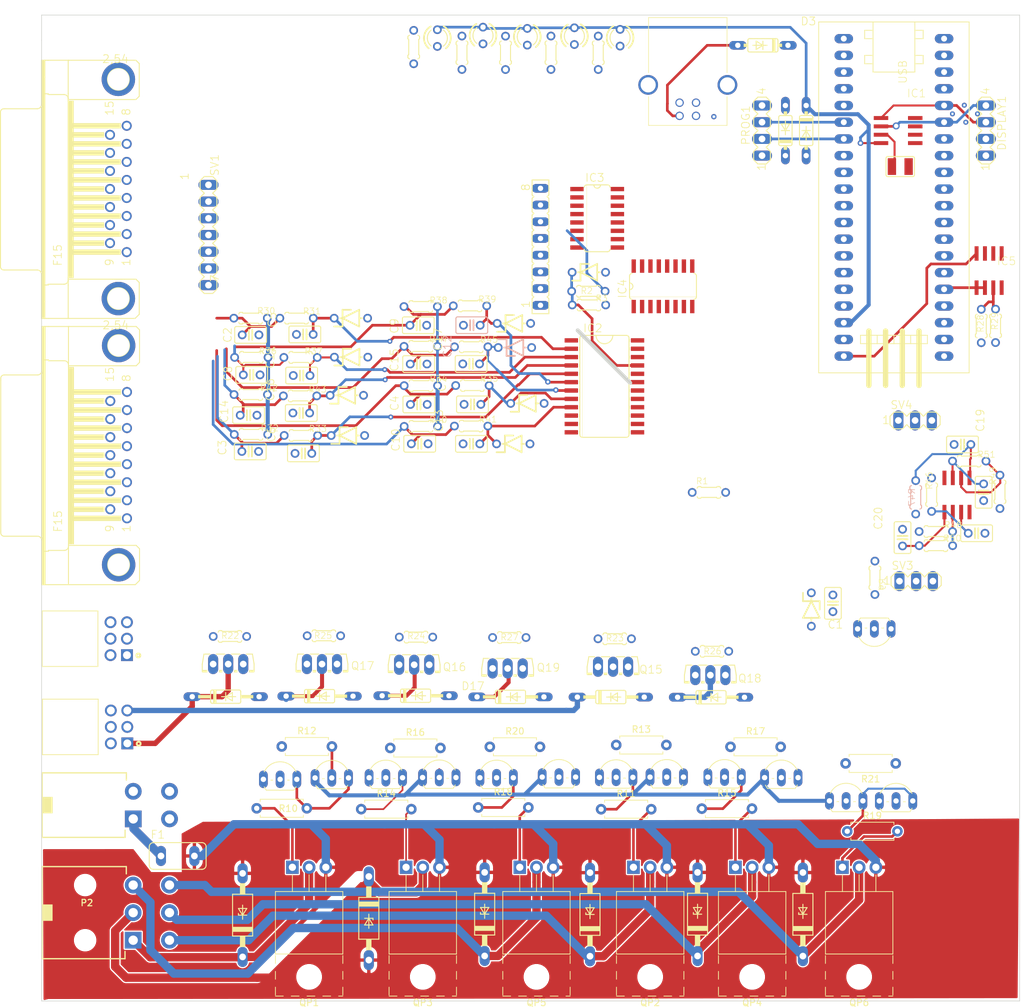
<source format=kicad_pcb>
(kicad_pcb (version 20171130) (host pcbnew 5.1.5)
  (layers (0 Top signal) (1 In1.Cu signal) (2 In2.Cu signal) (31 Bottom signal) (34 B.Paste user) (35 F.Paste user) (36 B.SilkS user) (37 F.SilkS user) (38 B.Mask user) (39 F.Mask user) (44 Edge.Cuts user))
  (net 0 "")
  (net 1 GND)
  (net 2 5V)
  (net 3 VBAT)
  (net 4 CKPOUT)
  (net 5 RL1IN)
  (net 6 RL2IN)
  (net 7 SDA)
  (net 8 SCL)
  (net 9 ACC)
  (net 10 LAMB0)
  (net 11 LAMB1)
  (net 12 RL3IN)
  (net 13 RL4IN)
  (net 14 A)
  (net 15 B)
  (net 16 C)
  (net 17 RL5IN)
  (net 18 GNC/GLP_MODE)
  (net 19 M1)
  (net 20 M2)
  (net 21 M3)
  (net 22 M4)
  (net 23 PWM)
  (net 24 3V3)
  (net 25 A1)
  (net 26 D)
  (net 27 INY1)
  (net 28 INY2)
  (net 29 INY3)
  (net 30 INY4)
  (net 31 AOUT0)
  (net 32 AOUT1)
  (net 33 AOUT2)
  (net 34 AOUT3)
  (net 35 AOUT5)
  (net 36 AOUT6)
  (net 37 AOUT7)
  (net 38 LAMB0OUT)
  (net 39 LAMB1OUT)
  (net 40 AOUT4)
  (net 41 A0)
  (net 42 INYL1A)
  (net 43 INYL2A)
  (net 44 INYL3A)
  (net 45 INYL4A)
  (net 46 RL1)
  (net 47 RL2)
  (net 48 RL3)
  (net 49 RL4)
  (net 50 RL5)
  (net 51 AIN0)
  (net 52 AIN1)
  (net 53 AIN4)
  (net 54 N$42)
  (net 55 N$43)
  (net 56 N$44)
  (net 57 N$45)
  (net 58 INY5)
  (net 59 INY6)
  (net 60 GND2)
  (net 61 RL6IN)
  (net 62 /v2_1/5V1)
  (net 63 /v2_1/CKPIN)
  (net 64 /v2_1/TPSM_A)
  (net 65 /v2_1/TPSM_B)
  (net 66 /v2_1/IAC_A)
  (net 67 /v2_1/IAC_B)
  (net 68 /v2_1/IAC_C)
  (net 69 /v2_1/IAC_D)
  (net 70 /v2_1/L5)
  (net 71 /v2_1/MOSI)
  (net 72 /v2_1/MISO)
  (net 73 /v2_1/SCK)
  (net 74 /v2_1/SS)
  (net 75 /v2_1/D+)
  (net 76 /v2_1/D-)
  (net 77 /v2_1/TX)
  (net 78 /v2_1/RX)
  (net 79 "Net-(Q2-PadB)")
  (net 80 /v2_1/LED1)
  (net 81 /v2_1/LED1A)
  (net 82 "Net-(LED1-PadK)")
  (net 83 "Net-(LED2-PadK)")
  (net 84 "Net-(LED3-PadK)")
  (net 85 "Net-(LED4-PadK)")
  (net 86 "Net-(LED5-PadK)")
  (net 87 /v2_1/L1)
  (net 88 /v2_1/L2)
  (net 89 /v2_1/L3)
  (net 90 /v2_1/L4)
  (net 91 "Net-(X3-PadG1)")
  (net 92 "Net-(X3-PadG2)")
  (net 93 "Net-(X3-Pad15)")
  (net 94 "Net-(X3-Pad14)")
  (net 95 "Net-(X3-Pad13)")
  (net 96 "Net-(X3-Pad12)")
  (net 97 "Net-(X3-Pad11)")
  (net 98 "Net-(X3-Pad10)")
  (net 99 "Net-(X3-Pad9)")
  (net 100 "Net-(X3-Pad8)")
  (net 101 "Net-(X3-Pad7)")
  (net 102 "Net-(X3-Pad6)")
  (net 103 "Net-(X3-Pad5)")
  (net 104 "Net-(X3-Pad4)")
  (net 105 "Net-(X3-Pad3)")
  (net 106 "Net-(X3-Pad2)")
  (net 107 "Net-(X3-Pad1)")
  (net 108 "Net-(J2-Pad6)")
  (net 109 "Net-(J2-Pad5)")
  (net 110 "Net-(J2-Pad4)")
  (net 111 "Net-(J2-Pad3)")
  (net 112 "Net-(J2-Pad2)")
  (net 113 "Net-(J2-Pad1)")
  (net 114 /v2_1/5V-USB)
  (net 115 "/IO Principal/AUX5")
  (net 116 "/IO Principal/AUX1")
  (net 117 "/IO Principal/AUX2")
  (net 118 "/IO Principal/AUX3")
  (net 119 "/IO Principal/AUX4")
  (net 120 "/IO Principal/SCK2")
  (net 121 "/IO Principal/RCK")
  (net 122 "/IO Principal/SER")
  (net 123 "/IO Principal/EX7")
  (net 124 "/IO Principal/EX6")
  (net 125 "/IO Principal/EX5")
  (net 126 "/IO Principal/EX4")
  (net 127 "/IO Principal/EX3")
  (net 128 "/IO Principal/EX2")
  (net 129 "/IO Principal/EX1")
  (net 130 "Net-(Q18-PadB)")
  (net 131 /Inyectores/Encendido/INYL5A)
  (net 132 /Inyectores/Encendido/INYL6A)
  (net 133 "Net-(Q10-PadB)")
  (net 134 "Net-(Q15-PadB)")
  (net 135 "Net-(Q16-PadB)")
  (net 136 "Net-(Q4-PadB)")
  (net 137 /Relay/RL6)
  (net 138 "Net-(D13-PadA)")
  (net 139 /Sensores/AIN3)
  (net 140 /Sensores/AIN2)
  (net 141 /Sensores/AIN5)
  (net 142 /Sensores/AIN6)
  (net 143 /Sensores/AIN7)
  (net 144 "Net-(C18-Pad1)")
  (net 145 "Net-(IC9-Pad6)")
  (net 146 "Net-(QP1-Pad1)")
  (net 147 "Net-(QP2-Pad1)")
  (net 148 "Net-(QP3-Pad1)")
  (net 149 "Net-(QP4-Pad1)")
  (net 150 "Net-(QP5-Pad1)")
  (net 151 "Net-(QP6-Pad1)")
  (net 152 "Net-(C19-Pad1)")
  (net 153 "Net-(D1-PadA)")
  (net 154 "Net-(IC1-Pad7)")
  (net 155 "Net-(IC3-Pad9)")
  (net 156 "Net-(IC4-Pad9)")
  (net 157 "Net-(IC5-Pad6)")
  (net 158 "Net-(IC5-Pad3)")
  (net 159 "Net-(IC6-Pad2)")
  (net 160 "Net-(Q1-PadB)")
  (net 161 "Net-(Q2-PadE)")
  (net 162 "Net-(Q4-PadE)")
  (net 163 "Net-(Q6-PadB)")
  (net 164 "Net-(Q6-PadE)")
  (net 165 "Net-(Q8-PadB)")
  (net 166 "Net-(Q8-PadE)")
  (net 167 "Net-(Q10-PadE)")
  (net 168 "Net-(Q12-PadB)")
  (net 169 "Net-(Q12-PadE)")
  (net 170 "Net-(Q14-PadB)")
  (net 171 "Net-(Q17-PadB)")
  (net 172 "Net-(Q19-PadB)")
  (net 173 "Net-(R1-Pad2)")
  (net 174 "Net-(R1-Pad1)")
  (net 175 "Net-(U$1-PadVB)")
  (net 176 "Net-(U$1-PadPC_13)")
  (net 177 "Net-(U$1-PadPC_14)")
  (net 178 "Net-(U$1-PadPC_15)")
  (net 179 "Net-(U$1-PadPA_1)")
  (net 180 "Net-(U$1-PadPA_2)")
  (net 181 "Net-(U$1-PadPA_3)")
  (net 182 "Net-(U$1-PadPA_4)")
  (net 183 "Net-(U$1-PadRESET)")
  (net 184 "Net-(U$1-Pad3.3V_2)")
  (net 185 "Net-(U$1-PadPB_9)")
  (net 186 "Net-(U$1-PadPB_8)")
  (net 187 "Net-(U$1-PadPB_3)")
  (net 188 "Net-(U$1-PadPA_15)")
  (net 189 "Net-(U$1-PadPA_8)")
  (net 190 "Net-(U$1-PadPB_15)")
  (net 191 "Net-(U$1-PadPB_14)")
  (net 192 "Net-(U$1-PadPB_13)")
  (net 193 "Net-(U$1-PadPB_12)")
  (net 194 "Net-(X2-PadG1)")
  (net 195 "Net-(X2-PadG2)")
  (net 196 "Net-(X2-Pad15)")
  (net 197 "Net-(X2-Pad14)")
  (net 198 "Net-(X2-Pad13)")
  (net 199 "Net-(X2-Pad12)")
  (net 200 "Net-(X2-Pad11)")
  (net 201 "Net-(X2-Pad10)")
  (net 202 "Net-(X2-Pad9)")
  (net 203 "Net-(X2-Pad8)")
  (net 204 "Net-(X2-Pad7)")
  (net 205 "Net-(X2-Pad6)")
  (net 206 "Net-(X2-Pad5)")
  (net 207 "Net-(X2-Pad4)")
  (net 208 "Net-(X2-Pad3)")
  (net 209 "Net-(X2-Pad2)")
  (net 210 "Net-(X2-Pad1)")
  (module Resistor_THT:R_Axial_DIN0207_L6.3mm_D2.5mm_P7.62mm_Horizontal (layer Top) (at 59.3471 126.4158)
    (fp_text reference R12 (at 3.81 -2.37) (layer F.SilkS))
    (fp_text value R_Small hide)
    (pad 2 thru_hole oval (at 7.62 0) (size 1.6 1.6) (drill 0.8) (layers *.Cu *.Mask) (net 79 "Net-(Q2-PadB)"))
    (pad 1 thru_hole circle (at 0 0) (size 1.6 1.6) (drill 0.8) (layers *.Cu *.Mask) (net 42 INYL1A))
  )
  (module Resistor_THT:R_Axial_DIN0207_L6.3mm_D2.5mm_P7.62mm_Horizontal (layer Top) (at 152.6286 128.9939 180)
    (fp_text reference R21 (at 3.81 -2.37) (layer F.SilkS))
    (fp_text value R_Small hide)
    (pad 2 thru_hole oval (at 7.62 0 180) (size 1.6 1.6) (drill 0.8) (layers *.Cu *.Mask) (net 168 "Net-(Q12-PadB)"))
    (pad 1 thru_hole circle (at 0 0 180) (size 1.6 1.6) (drill 0.8) (layers *.Cu *.Mask) (net 132 /Inyectores/Encendido/INYL6A))
  )
  (module Resistor_THT:R_Axial_DIN0207_L6.3mm_D2.5mm_P7.62mm_Horizontal (layer Top) (at 90.9574 126.4666)
    (fp_text reference R20 (at 3.81 -2.37) (layer F.SilkS))
    (fp_text value R_Small hide)
    (pad 2 thru_hole oval (at 7.62 0) (size 1.6 1.6) (drill 0.8) (layers *.Cu *.Mask) (net 133 "Net-(Q10-PadB)"))
    (pad 1 thru_hole circle (at 0 0) (size 1.6 1.6) (drill 0.8) (layers *.Cu *.Mask) (net 44 INYL3A))
  )
  (module Resistor_THT:R_Axial_DIN0207_L6.3mm_D2.5mm_P7.62mm_Horizontal (layer Top) (at 145.2626 139.3063)
    (fp_text reference R19 (at 3.81 -2.37) (layer F.SilkS))
    (fp_text value R_Small hide)
    (pad 2 thru_hole oval (at 7.62 0) (size 1.6 1.6) (drill 0.8) (layers *.Cu *.Mask) (net 151 "Net-(QP6-Pad1)"))
    (pad 1 thru_hole circle (at 0 0) (size 1.6 1.6) (drill 0.8) (layers *.Cu *.Mask) (net 169 "Net-(Q12-PadE)"))
  )
  (module Resistor_THT:R_Axial_DIN0207_L6.3mm_D2.5mm_P7.62mm_Horizontal (layer Top) (at 89.1921 135.6868)
    (fp_text reference R18 (at 3.81 -2.37) (layer F.SilkS))
    (fp_text value R_Small hide)
    (pad 2 thru_hole oval (at 7.62 0) (size 1.6 1.6) (drill 0.8) (layers *.Cu *.Mask) (net 150 "Net-(QP5-Pad1)"))
    (pad 1 thru_hole circle (at 0 0) (size 1.6 1.6) (drill 0.8) (layers *.Cu *.Mask) (net 167 "Net-(Q10-PadE)"))
  )
  (module Resistor_THT:R_Axial_DIN0207_L6.3mm_D2.5mm_P7.62mm_Horizontal (layer Top) (at 127.5207 126.4666)
    (fp_text reference R17 (at 3.81 -2.37) (layer F.SilkS))
    (fp_text value R_Small hide)
    (pad 2 thru_hole oval (at 7.62 0) (size 1.6 1.6) (drill 0.8) (layers *.Cu *.Mask) (net 165 "Net-(Q8-PadB)"))
    (pad 1 thru_hole circle (at 0 0) (size 1.6 1.6) (drill 0.8) (layers *.Cu *.Mask) (net 131 /Inyectores/Encendido/INYL5A))
  )
  (module Resistor_THT:R_Axial_DIN0207_L6.3mm_D2.5mm_P7.62mm_Horizontal (layer Top) (at 75.8317 126.6444)
    (fp_text reference R16 (at 3.81 -2.37) (layer F.SilkS))
    (fp_text value R_Small hide)
    (pad 2 thru_hole oval (at 7.62 0) (size 1.6 1.6) (drill 0.8) (layers *.Cu *.Mask) (net 163 "Net-(Q6-PadB)"))
    (pad 1 thru_hole circle (at 0 0) (size 1.6 1.6) (drill 0.8) (layers *.Cu *.Mask) (net 43 INYL2A))
  )
  (module Resistor_THT:R_Axial_DIN0207_L6.3mm_D2.5mm_P7.62mm_Horizontal (layer Top) (at 123.1646 135.8646)
    (fp_text reference R15 (at 3.81 -2.37) (layer F.SilkS))
    (fp_text value R_Small hide)
    (pad 2 thru_hole oval (at 7.62 0) (size 1.6 1.6) (drill 0.8) (layers *.Cu *.Mask) (net 149 "Net-(QP4-Pad1)"))
    (pad 1 thru_hole circle (at 0 0) (size 1.6 1.6) (drill 0.8) (layers *.Cu *.Mask) (net 166 "Net-(Q8-PadE)"))
  )
  (module Resistor_THT:R_Axial_DIN0207_L6.3mm_D2.5mm_P7.62mm_Horizontal (layer Top) (at 71.4121 135.9408)
    (fp_text reference R14 (at 3.81 -2.37) (layer F.SilkS))
    (fp_text value R_Small hide)
    (pad 2 thru_hole oval (at 7.62 0) (size 1.6 1.6) (drill 0.8) (layers *.Cu *.Mask) (net 148 "Net-(QP3-Pad1)"))
    (pad 1 thru_hole circle (at 0 0) (size 1.6 1.6) (drill 0.8) (layers *.Cu *.Mask) (net 164 "Net-(Q6-PadE)"))
  )
  (module Resistor_THT:R_Axial_DIN0207_L6.3mm_D2.5mm_P7.62mm_Horizontal (layer Top) (at 110.1598 126.1872)
    (fp_text reference R13 (at 3.81 -2.37) (layer F.SilkS))
    (fp_text value R_Small hide)
    (pad 2 thru_hole oval (at 7.62 0) (size 1.6 1.6) (drill 0.8) (layers *.Cu *.Mask) (net 136 "Net-(Q4-PadB)"))
    (pad 1 thru_hole circle (at 0 0) (size 1.6 1.6) (drill 0.8) (layers *.Cu *.Mask) (net 45 INYL4A))
  )
  (module Resistor_THT:R_Axial_DIN0207_L6.3mm_D2.5mm_P7.62mm_Horizontal (layer Top) (at 107.8611 135.9535)
    (fp_text reference R11 (at 3.81 -2.37) (layer F.SilkS))
    (fp_text value R_Small hide)
    (pad 2 thru_hole oval (at 7.62 0) (size 1.6 1.6) (drill 0.8) (layers *.Cu *.Mask) (net 147 "Net-(QP2-Pad1)"))
    (pad 1 thru_hole circle (at 0 0) (size 1.6 1.6) (drill 0.8) (layers *.Cu *.Mask) (net 162 "Net-(Q4-PadE)"))
  )
  (module Resistor_THT:R_Axial_DIN0207_L6.3mm_D2.5mm_P7.62mm_Horizontal (layer Top) (at 63.1571 135.8138 180)
    (fp_text reference R10 (at 2.8194 -0.0254) (layer F.SilkS))
    (fp_text value R_Small hide)
    (pad 2 thru_hole oval (at 7.62 0 180) (size 1.6 1.6) (drill 0.8) (layers *.Cu *.Mask) (net 146 "Net-(QP1-Pad1)"))
    (pad 1 thru_hole circle (at 0 0 180) (size 1.6 1.6) (drill 0.8) (layers *.Cu *.Mask) (net 161 "Net-(Q2-PadE)"))
  )
  (module v2:F126Z12 (layer Top) (at 72.570912 152.533778 270)
    (fp_text reference D8 hide)
    (fp_text value BZY97 hide)
    (pad A thru_hole oval (at 6.35 0 270) (size 3.048 1.524) (drill 1.016) (layers *.Cu *.Mask) (net 60 GND2))
    (pad C thru_hole oval (at -6.35 0 270) (size 3.048 1.524) (drill 1.016) (layers *.Cu *.Mask) (net 28 INY2))
  )
  (module v2:ZDIO-5 (layer Top) (at 139.802506 105.597226 270)
    (fp_text reference D5 hide)
    (fp_text value 5.1v)
    (pad C thru_hole circle (at -2.54 0 270) (size 1.3208 1.3208) (drill 0.8128) (layers *.Cu *.Mask) (net 18 GNC/GLP_MODE))
    (pad A thru_hole circle (at 2.54 0 270) (size 1.3208 1.3208) (drill 0.8128) (layers *.Cu *.Mask) (net 1 GND))
  )
  (module v2:ZDIO-5 (layer Top) (at 69.847934 61.310538)
    (fp_text reference D18 hide)
    (fp_text value 5.1v)
    (pad C thru_hole circle (at -2.54 0) (size 1.3208 1.3208) (drill 0.8128) (layers *.Cu *.Mask) (net 31 AOUT0))
    (pad A thru_hole circle (at 2.54 0) (size 1.3208 1.3208) (drill 0.8128) (layers *.Cu *.Mask) (net 1 GND))
  )
  (module v2:F126Z12 (layer Top) (at 90.170256 151.904344 90)
    (fp_text reference D10 hide)
    (fp_text value BZY97 hide)
    (pad A thru_hole oval (at 6.35 0 90) (size 3.048 1.524) (drill 1.016) (layers *.Cu *.Mask) (net 60 GND2))
    (pad C thru_hole oval (at -6.35 0 90) (size 3.048 1.524) (drill 1.016) (layers *.Cu *.Mask) (net 29 INY3))
  )
  (module v2:ZDIO-5 (layer Top) (at 69.392934 79.14661)
    (fp_text reference D19 hide)
    (fp_text value 5.1v)
    (pad C thru_hole circle (at -2.54 0) (size 1.3208 1.3208) (drill 0.8128) (layers *.Cu *.Mask) (net 34 AOUT3))
    (pad A thru_hole circle (at 2.54 0) (size 1.3208 1.3208) (drill 0.8128) (layers *.Cu *.Mask) (net 1 GND))
  )
  (module v2:DO35-10 (layer Top) (at 50.825059 118.846931)
    (fp_text reference D12 hide)
    (fp_text value 1N4446 hide)
    (pad A thru_hole oval (at 5.08 0) (size 2.6416 1.3208) (drill 0.8128) (layers *.Cu *.Mask) (net 1 GND))
    (pad C thru_hole oval (at -5.08 0) (size 2.6416 1.3208) (drill 0.8128) (layers *.Cu *.Mask) (net 5 RL1IN))
  )
  (module v2:DO35-7 (layer Top) (at 139.017653 32.794191 270)
    (fp_text reference D2 hide)
    (fp_text value 1N4148DO35-7 hide)
    (pad A thru_hole oval (at 3.81 0 270) (size 2.6416 1.3208) (drill 0.8128) (layers *.Cu *.Mask) (net 2 5V))
    (pad C thru_hole oval (at -3.81 0 270) (size 2.6416 1.3208) (drill 0.8128) (layers *.Cu *.Mask) (net 62 /v2_1/5V1))
  )
  (module v2:DO35-7 (layer Top) (at 132.442049 19.836473 180)
    (fp_text reference D3 (at -5.665504 2.955238) (layer F.SilkS) (effects (font (size 1.2065 1.2065) (thickness 0.12065)) (justify left bottom)))
    (fp_text value 1N4148DO35-7 hide)
    (pad A thru_hole oval (at 3.81 0 180) (size 2.6416 1.3208) (drill 0.8128) (layers *.Cu *.Mask) (net 114 /v2_1/5V-USB))
    (pad C thru_hole oval (at -3.81 0 180) (size 2.6416 1.3208) (drill 0.8128) (layers *.Cu *.Mask) (net 62 /v2_1/5V1))
  )
  (module v2:F126Z12 (layer Top) (at 138.519487 151.929175 90)
    (fp_text reference D11 hide)
    (fp_text value BZY97 hide)
    (pad A thru_hole oval (at 6.35 0 90) (size 3.048 1.524) (drill 1.016) (layers *.Cu *.Mask) (net 60 GND2))
    (pad C thru_hole oval (at -6.35 0 90) (size 3.048 1.524) (drill 1.016) (layers *.Cu *.Mask) (net 59 INY6))
  )
  (module v2:ZDIO-5 (layer Top) (at 94.612531 62.105648)
    (fp_text reference D22 hide)
    (fp_text value 5.1v)
    (pad C thru_hole circle (at -2.54 0) (size 1.3208 1.3208) (drill 0.8128) (layers *.Cu *.Mask) (net 40 AOUT4))
    (pad A thru_hole circle (at 2.54 0) (size 1.3208 1.3208) (drill 0.8128) (layers *.Cu *.Mask) (net 1 GND))
  )
  (module v2:DO35-7 (layer Top) (at 135.863268 32.796454 90)
    (fp_text reference D1 hide)
    (fp_text value 1N4148DO35-7 hide)
    (pad A thru_hole oval (at 3.81 0 90) (size 2.6416 1.3208) (drill 0.8128) (layers *.Cu *.Mask) (net 153 "Net-(D1-PadA)"))
    (pad C thru_hole oval (at -3.81 0 90) (size 2.6416 1.3208) (drill 0.8128) (layers *.Cu *.Mask) (net 62 /v2_1/5V1))
  )
  (module v2:DO35-10 (layer Top) (at 124.564306 118.933006)
    (fp_text reference D16 hide)
    (fp_text value 1N4446 hide)
    (pad A thru_hole oval (at 5.08 0) (size 2.6416 1.3208) (drill 0.8128) (layers *.Cu *.Mask) (net 1 GND))
    (pad C thru_hole oval (at -5.08 0) (size 2.6416 1.3208) (drill 0.8128) (layers *.Cu *.Mask) (net 61 RL6IN))
  )
  (module v2:F126Z12 (layer Top) (at 53.396674 152.054703 90)
    (fp_text reference D6 hide)
    (fp_text value BZY97 hide)
    (pad A thru_hole oval (at 6.35 0 90) (size 3.048 1.524) (drill 1.016) (layers *.Cu *.Mask) (net 60 GND2))
    (pad C thru_hole oval (at -6.35 0 90) (size 3.048 1.524) (drill 1.016) (layers *.Cu *.Mask) (net 27 INY1))
  )
  (module v2:SO08 (layer Top) (at 166.813134 54.076913)
    (fp_text reference IC5 (at 1.112497 -0.734622) (layer F.SilkS) (effects (font (size 1.2065 1.2065) (thickness 0.09652)) (justify left bottom)))
    (fp_text value LM358D)
    (pad 5 smd rect (at 1.905 -2.6) (size 0.6 2.2) (layers Top F.Paste F.Mask) (net 152 "Net-(C19-Pad1)"))
    (pad 6 smd rect (at 0.635 -2.6) (size 0.6 2.2) (layers Top F.Paste F.Mask) (net 157 "Net-(IC5-Pad6)"))
    (pad 8 smd rect (at -1.905 -2.6) (size 0.6 2.2) (layers Top F.Paste F.Mask) (net 24 3V3))
    (pad 4 smd rect (at 1.905 2.6) (size 0.6 2.2) (layers Top F.Paste F.Mask) (net 1 GND))
    (pad 3 smd rect (at 0.635 2.6) (size 0.6 2.2) (layers Top F.Paste F.Mask) (net 158 "Net-(IC5-Pad3)"))
    (pad 1 smd rect (at -1.905 2.6) (size 0.6 2.2) (layers Top F.Paste F.Mask) (net 25 A1))
    (pad 7 smd rect (at -0.635 -2.6) (size 0.6 2.2) (layers Top F.Paste F.Mask) (net 39 LAMB1OUT))
    (pad 2 smd rect (at -0.635 2.6) (size 0.6 2.2) (layers Top F.Paste F.Mask) (net 25 A1))
  )
  (module v2:SO24W (layer Top) (at 108.367406 71.674788 270)
    (fp_text reference IC2 (at -8.128 3.302) (layer F.SilkS) (effects (font (size 1.2065 1.2065) (thickness 0.12065)) (justify left bottom)))
    (fp_text value 4067D)
    (pad 12 smd rect (at 6.985 5.0292 270) (size 0.6604 2.032) (layers Top F.Paste F.Mask) (net 1 GND))
    (pad 11 smd rect (at 5.715 5.0292 270) (size 0.6604 2.032) (layers Top F.Paste F.Mask) (net 15 B))
    (pad 10 smd rect (at 4.445 5.0292 270) (size 0.6604 2.032) (layers Top F.Paste F.Mask) (net 14 A))
    (pad 9 smd rect (at 3.175 5.0292 270) (size 0.6604 2.032) (layers Top F.Paste F.Mask) (net 37 AOUT7))
    (pad 13 smd rect (at 6.985 -5.0292 270) (size 0.6604 2.032) (layers Top F.Paste F.Mask) (net 26 D))
    (pad 14 smd rect (at 5.715 -5.0292 270) (size 0.6604 2.032) (layers Top F.Paste F.Mask) (net 16 C))
    (pad 15 smd rect (at 4.445 -5.0292 270) (size 0.6604 2.032) (layers Top F.Paste F.Mask) (net 1 GND))
    (pad 16 smd rect (at 3.175 -5.0292 270) (size 0.6604 2.032) (layers Top F.Paste F.Mask) (net 115 "/IO Principal/AUX5"))
    (pad 24 smd rect (at -6.985 -5.0292 270) (size 0.6604 2.032) (layers Top F.Paste F.Mask) (net 2 5V))
    (pad 23 smd rect (at -5.715 -5.0292 270) (size 0.6604 2.032) (layers Top F.Paste F.Mask) (net 38 LAMB0OUT))
    (pad 22 smd rect (at -4.445 -5.0292 270) (size 0.6604 2.032) (layers Top F.Paste F.Mask) (net 39 LAMB1OUT))
    (pad 21 smd rect (at -3.175 -5.0292 270) (size 0.6604 2.032) (layers Top F.Paste F.Mask) (net 3 VBAT))
    (pad 20 smd rect (at -1.905 -5.0292 270) (size 0.6604 2.032) (layers Top F.Paste F.Mask) (net 116 "/IO Principal/AUX1"))
    (pad 19 smd rect (at -0.635 -5.0292 270) (size 0.6604 2.032) (layers Top F.Paste F.Mask) (net 117 "/IO Principal/AUX2"))
    (pad 18 smd rect (at 0.635 -5.0292 270) (size 0.6604 2.032) (layers Top F.Paste F.Mask) (net 118 "/IO Principal/AUX3"))
    (pad 17 smd rect (at 1.905 -5.0292 270) (size 0.6604 2.032) (layers Top F.Paste F.Mask) (net 119 "/IO Principal/AUX4"))
    (pad 8 smd rect (at 1.905 5.0292 270) (size 0.6604 2.032) (layers Top F.Paste F.Mask) (net 36 AOUT6))
    (pad 7 smd rect (at 0.635 5.0292 270) (size 0.6604 2.032) (layers Top F.Paste F.Mask) (net 35 AOUT5))
    (pad 6 smd rect (at -0.635 5.0292 270) (size 0.6604 2.032) (layers Top F.Paste F.Mask) (net 40 AOUT4))
    (pad 5 smd rect (at -1.905 5.0292 270) (size 0.6604 2.032) (layers Top F.Paste F.Mask) (net 34 AOUT3))
    (pad 4 smd rect (at -3.175 5.0292 270) (size 0.6604 2.032) (layers Top F.Paste F.Mask) (net 33 AOUT2))
    (pad 3 smd rect (at -4.445 5.0292 270) (size 0.6604 2.032) (layers Top F.Paste F.Mask) (net 32 AOUT1))
    (pad 2 smd rect (at -5.715 5.0292 270) (size 0.6604 2.032) (layers Top F.Paste F.Mask) (net 31 AOUT0))
    (pad 1 smd rect (at -6.985 5.0292 270) (size 0.6604 2.032) (layers Top F.Paste F.Mask) (net 41 A0))
  )
  (module v2:39-30-?06? (layer Top) (at 36.773203 151.674631 270)
    (fp_text reference P2 (at -0.923365 8.098275) (layer F.SilkS) (effects (font (size 0.9652 0.9652) (thickness 0.173736)) (justify left bottom)))
    (fp_text value 39-30-?06?)
    (pad "" np_thru_hole circle (at 4.191 7.3 270) (size 3 3) (drill 3) (layers *.Cu *.Mask))
    (pad "" np_thru_hole circle (at -4.191 7.3 270) (size 3 3) (drill 3) (layers *.Cu *.Mask))
    (pad 1 thru_hole rect (at 4.191 0) (size 2.54 2.54) (drill 1.4224) (layers *.Cu *.Mask) (net 27 INY1))
    (pad 2 thru_hole circle (at 0 0) (size 2.54 2.54) (drill 1.4224) (layers *.Cu *.Mask) (net 28 INY2))
    (pad 3 thru_hole circle (at -4.191 0) (size 2.54 2.54) (drill 1.4224) (layers *.Cu *.Mask) (net 29 INY3))
    (pad 4 thru_hole circle (at 4.191 -5.5118) (size 2.54 2.54) (drill 1.4224) (layers *.Cu *.Mask) (net 30 INY4))
    (pad 5 thru_hole circle (at 0 -5.5118) (size 2.54 2.54) (drill 1.4224) (layers *.Cu *.Mask) (net 58 INY5))
    (pad 6 thru_hole circle (at -4.191 -5.5118) (size 2.54 2.54) (drill 1.4224) (layers *.Cu *.Mask) (net 59 INY6))
  )
  (module v2:TO126AV (layer Top) (at 124.46 116.84 180)
    (fp_text reference Q18 (at -7.8613 0.0635) (layer F.SilkS) (effects (font (size 1.2065 1.2065) (thickness 0.12065)) (justify right bottom)))
    (fp_text value BD139 hide)
    (pad B thru_hole oval (at 2.286 1.27 270) (size 3.048 1.524) (drill 1.016) (layers *.Cu *.Mask) (net 130 "Net-(Q18-PadB)"))
    (pad C thru_hole oval (at 0 1.27 270) (size 3.048 1.524) (drill 1.016) (layers *.Cu *.Mask) (net 61 RL6IN))
    (pad E thru_hole oval (at -2.286 1.27 270) (size 3.048 1.524) (drill 1.016) (layers *.Cu *.Mask) (net 1 GND))
  )
  (module v2:TO126AV (layer Top) (at 79.4639 115.2652 180)
    (fp_text reference Q16 (at -4.2672 0.2159) (layer F.SilkS) (effects (font (size 1.2065 1.2065) (thickness 0.12065)) (justify left bottom)))
    (fp_text value BD139 hide)
    (pad B thru_hole oval (at 2.286 1.27 270) (size 3.048 1.524) (drill 1.016) (layers *.Cu *.Mask) (net 135 "Net-(Q16-PadB)"))
    (pad C thru_hole oval (at 0 1.27 270) (size 3.048 1.524) (drill 1.016) (layers *.Cu *.Mask) (net 6 RL2IN))
    (pad E thru_hole oval (at -2.286 1.27 270) (size 3.048 1.524) (drill 1.016) (layers *.Cu *.Mask) (net 1 GND))
  )
  (module v2:TO126AV (layer Top) (at 109.6772 115.57 180)
    (fp_text reference Q15 (at -7.62 0.1397) (layer F.SilkS) (effects (font (size 1.2065 1.2065) (thickness 0.12065)) (justify right bottom)))
    (fp_text value BD139 hide)
    (pad B thru_hole oval (at 2.286 1.27 270) (size 3.048 1.524) (drill 1.016) (layers *.Cu *.Mask) (net 134 "Net-(Q15-PadB)"))
    (pad C thru_hole oval (at 0 1.27 270) (size 3.048 1.524) (drill 1.016) (layers *.Cu *.Mask) (net 12 RL3IN))
    (pad E thru_hole oval (at -2.286 1.27 270) (size 3.048 1.524) (drill 1.016) (layers *.Cu *.Mask) (net 1 GND))
  )
  (module v2:TO92-EBC (layer Top) (at 117.835146 129.803234)
    (fp_text reference Q4 hide)
    (fp_text value BC548 hide)
    (pad B thru_hole oval (at 0 1.27 90) (size 2.6416 1.3208) (drill 0.8128) (layers *.Cu *.Mask) (net 136 "Net-(Q4-PadB)"))
    (pad E thru_hole oval (at 2.54 1.27 90) (size 2.6416 1.3208) (drill 0.8128) (layers *.Cu *.Mask) (net 162 "Net-(Q4-PadE)"))
    (pad C thru_hole oval (at -2.54 1.27 90) (size 2.6416 1.3208) (drill 0.8128) (layers *.Cu *.Mask) (net 9 ACC))
  )
  (module v2:TO92-EBC (layer Top) (at 110.149168 129.839119)
    (fp_text reference Q5 hide)
    (fp_text value BC558 hide)
    (pad B thru_hole oval (at 0 1.27 90) (size 2.6416 1.3208) (drill 0.8128) (layers *.Cu *.Mask) (net 136 "Net-(Q4-PadB)"))
    (pad E thru_hole oval (at 2.54 1.27 90) (size 2.6416 1.3208) (drill 0.8128) (layers *.Cu *.Mask) (net 162 "Net-(Q4-PadE)"))
    (pad C thru_hole oval (at -2.54 1.27 90) (size 2.6416 1.3208) (drill 0.8128) (layers *.Cu *.Mask) (net 1 GND))
  )
  (module v2:0204_5 (layer Top) (at 86.719824 20.96667 90)
    (fp_text reference R5 hide)
    (fp_text value 1k hide)
    (pad 2 thru_hole circle (at 2.54 0 90) (size 1.3208 1.3208) (drill 0.8128) (layers *.Cu *.Mask) (net 83 "Net-(LED2-PadK)"))
    (pad 1 thru_hole circle (at -2.54 0 90) (size 1.3208 1.3208) (drill 0.8128) (layers *.Cu *.Mask) (net 88 /v2_1/L2))
  )
  (module v2:0204_5 (layer Top) (at 93.339006 20.978016 90)
    (fp_text reference R6 hide)
    (fp_text value 1k hide)
    (pad 2 thru_hole circle (at 2.54 0 90) (size 1.3208 1.3208) (drill 0.8128) (layers *.Cu *.Mask) (net 84 "Net-(LED3-PadK)"))
    (pad 1 thru_hole circle (at -2.54 0 90) (size 1.3208 1.3208) (drill 0.8128) (layers *.Cu *.Mask) (net 89 /v2_1/L3))
  )
  (module v2:0204_5 (layer Top) (at 100.243818 20.965157 90)
    (fp_text reference R7 hide)
    (fp_text value 1k hide)
    (pad 2 thru_hole circle (at 2.54 0 90) (size 1.3208 1.3208) (drill 0.8128) (layers *.Cu *.Mask) (net 85 "Net-(LED4-PadK)"))
    (pad 1 thru_hole circle (at -2.54 0 90) (size 1.3208 1.3208) (drill 0.8128) (layers *.Cu *.Mask) (net 90 /v2_1/L4))
  )
  (module v2:0204_5 (layer Top) (at 54.721312 67.271151 180)
    (fp_text reference R36 (at -1.077637 0.427803) (layer F.SilkS) (effects (font (size 0.94107 0.94107) (thickness 0.094107)) (justify left bottom)))
    (fp_text value R-US_0204_5)
    (pad 2 thru_hole circle (at 2.54 0 180) (size 1.3208 1.3208) (drill 0.8128) (layers *.Cu *.Mask) (net 52 AIN1))
    (pad 1 thru_hole circle (at -2.54 0 180) (size 1.3208 1.3208) (drill 0.8128) (layers *.Cu *.Mask) (net 2 5V))
  )
  (module v2:0204_5 (layer Top) (at 107.428859 20.971754 90)
    (fp_text reference R8 hide)
    (fp_text value 1k hide)
    (pad 2 thru_hole circle (at 2.54 0 90) (size 1.3208 1.3208) (drill 0.8128) (layers *.Cu *.Mask) (net 86 "Net-(LED5-PadK)"))
    (pad 1 thru_hole circle (at -2.54 0 90) (size 1.3208 1.3208) (drill 0.8128) (layers *.Cu *.Mask) (net 70 /v2_1/L5))
  )
  (module v2:0204_5 (layer Top) (at 124.2441 87.7951)
    (fp_text reference R1 (at -2.0066 -1.1684) (layer F.SilkS) (effects (font (size 0.94107 0.94107) (thickness 0.094107)) (justify left bottom)))
    (fp_text value 1k)
    (pad 2 thru_hole circle (at 2.54 0) (size 1.3208 1.3208) (drill 0.8128) (layers *.Cu *.Mask) (net 173 "Net-(R1-Pad2)"))
    (pad 1 thru_hole circle (at -2.54 0) (size 1.3208 1.3208) (drill 0.8128) (layers *.Cu *.Mask) (net 174 "Net-(R1-Pad1)"))
  )
  (module v2:0204_5 (layer Top) (at 51.4731 109.6899 180)
    (fp_text reference R22 (at -1.4732 -0.4318 180) (layer F.SilkS) (effects (font (size 0.94107 0.94107) (thickness 0.094107)) (justify right bottom)))
    (fp_text value 1k hide)
    (pad 2 thru_hole circle (at 2.54 0 180) (size 1.3208 1.3208) (drill 0.8128) (layers *.Cu *.Mask) (net 170 "Net-(Q14-PadB)"))
    (pad 1 thru_hole circle (at -2.54 0 180) (size 1.3208 1.3208) (drill 0.8128) (layers *.Cu *.Mask) (net 46 RL1))
  )
  (module v2:0204_5 (layer Top) (at 79.7433 109.7915 180)
    (fp_text reference R24 (at -1.4732 -0.381) (layer F.SilkS) (effects (font (size 0.94107 0.94107) (thickness 0.094107)) (justify right bottom)))
    (fp_text value 1k hide)
    (pad 2 thru_hole circle (at 2.54 0 180) (size 1.3208 1.3208) (drill 0.8128) (layers *.Cu *.Mask) (net 135 "Net-(Q16-PadB)"))
    (pad 1 thru_hole circle (at -2.54 0 180) (size 1.3208 1.3208) (drill 0.8128) (layers *.Cu *.Mask) (net 47 RL2))
  )
  (module v2:0204_5 (layer Top) (at 62.258165 79.141104 180)
    (fp_text reference R33 (at -1.148253 0.470475) (layer F.SilkS) (effects (font (size 0.94107 0.94107) (thickness 0.094107)) (justify left bottom)))
    (fp_text value R-US_0204_5)
    (pad 2 thru_hole circle (at 2.54 0 180) (size 1.3208 1.3208) (drill 0.8128) (layers *.Cu *.Mask) (net 139 /Sensores/AIN3))
    (pad 1 thru_hole circle (at -2.54 0 180) (size 1.3208 1.3208) (drill 0.8128) (layers *.Cu *.Mask) (net 34 AOUT3))
  )
  (module v2:0204_5 (layer Top) (at 54.671781 78.985501 180)
    (fp_text reference R32 (at -1.407256 0.405388) (layer F.SilkS) (effects (font (size 0.94107 0.94107) (thickness 0.094107)) (justify left bottom)))
    (fp_text value R-US_0204_5)
    (pad 2 thru_hole circle (at 2.54 0 180) (size 1.3208 1.3208) (drill 0.8128) (layers *.Cu *.Mask) (net 139 /Sensores/AIN3))
    (pad 1 thru_hole circle (at -2.54 0 180) (size 1.3208 1.3208) (drill 0.8128) (layers *.Cu *.Mask) (net 2 5V))
  )
  (module v2:0204_5 (layer Top) (at 109.9312 110.0455 180)
    (fp_text reference R23 (at 1.397 -0.4572) (layer F.SilkS) (effects (font (size 0.94107 0.94107) (thickness 0.094107)) (justify left bottom)))
    (fp_text value 1k hide)
    (pad 2 thru_hole circle (at 2.54 0 180) (size 1.3208 1.3208) (drill 0.8128) (layers *.Cu *.Mask) (net 134 "Net-(Q15-PadB)"))
    (pad 1 thru_hole circle (at -2.54 0 180) (size 1.3208 1.3208) (drill 0.8128) (layers *.Cu *.Mask) (net 48 RL3))
  )
  (module v2:0204_5 (layer Top) (at 93.9165 109.855 180)
    (fp_text reference R27 (at -1.4605 -0.4953) (layer F.SilkS) (effects (font (size 0.94107 0.94107) (thickness 0.094107)) (justify right bottom)))
    (fp_text value 1k hide)
    (pad 2 thru_hole circle (at 2.54 0 180) (size 1.3208 1.3208) (drill 0.8128) (layers *.Cu *.Mask) (net 172 "Net-(Q19-PadB)"))
    (pad 1 thru_hole circle (at -2.54 0 180) (size 1.3208 1.3208) (drill 0.8128) (layers *.Cu *.Mask) (net 50 RL5))
  )
  (module v2:MA03-1 (layer Top) (at 155.729284 101.283782)
    (fp_text reference SV3 (at -3.81 -1.651) (layer F.SilkS) (effects (font (size 1.2065 1.2065) (thickness 0.12065)) (justify left bottom)))
    (fp_text value MA03-1)
    (fp_text user 1 (at -5.08 0.635) (layer F.SilkS) (effects (font (size 1.2065 1.2065) (thickness 0.127)) (justify left bottom)))
    (pad 3 thru_hole oval (at 2.54 0 90) (size 3.048 1.524) (drill 1.016) (layers *.Cu *.Mask) (net 2 5V))
    (pad 2 thru_hole oval (at 0 0 90) (size 3.048 1.524) (drill 1.016) (layers *.Cu *.Mask) (net 63 /v2_1/CKPIN))
    (pad 1 thru_hole oval (at -2.54 0 90) (size 3.048 1.524) (drill 1.016) (layers *.Cu *.Mask) (net 1 GND))
  )
  (module v2:MA03-1 (layer Top) (at 155.565981 76.860132)
    (fp_text reference SV4 (at -3.81 -1.651) (layer F.SilkS) (effects (font (size 1.2065 1.2065) (thickness 0.12065)) (justify left bottom)))
    (fp_text value MA03-1)
    (fp_text user 1 (at -5.08 0.635) (layer F.SilkS) (effects (font (size 1.2065 1.2065) (thickness 0.127)) (justify left bottom)))
    (pad 3 thru_hole oval (at 2.54 0 90) (size 3.048 1.524) (drill 1.016) (layers *.Cu *.Mask) (net 2 5V))
    (pad 2 thru_hole oval (at 0 0 90) (size 3.048 1.524) (drill 1.016) (layers *.Cu *.Mask) (net 4 CKPOUT))
    (pad 1 thru_hole oval (at -2.54 0 90) (size 3.048 1.524) (drill 1.016) (layers *.Cu *.Mask) (net 1 GND))
  )
  (module v2:FE08 (layer Top) (at 98.652209 50.463895 90)
    (fp_text reference SV2 hide)
    (fp_text value FE08-1)
    (fp_text user 8 (at 8.382 -1.524 90) (layer F.SilkS) (effects (font (size 1.2065 1.2065) (thickness 0.127)) (justify left bottom)))
    (fp_text user 1 (at -9.398 -1.524 90) (layer F.SilkS) (effects (font (size 1.2065 1.2065) (thickness 0.127)) (justify left bottom)))
    (pad 8 thru_hole oval (at 8.89 0 180) (size 2.6416 1.3208) (drill 0.8128) (layers *.Cu *.Mask) (net 2 5V))
    (pad 7 thru_hole oval (at 6.35 0 180) (size 2.6416 1.3208) (drill 0.8128) (layers *.Cu *.Mask) (net 9 ACC))
    (pad 6 thru_hole oval (at 3.81 0 180) (size 2.6416 1.3208) (drill 0.8128) (layers *.Cu *.Mask) (net 19 M1))
    (pad 5 thru_hole oval (at 1.27 0 180) (size 2.6416 1.3208) (drill 0.8128) (layers *.Cu *.Mask) (net 20 M2))
    (pad 4 thru_hole oval (at -1.27 0 180) (size 2.6416 1.3208) (drill 0.8128) (layers *.Cu *.Mask) (net 21 M3))
    (pad 3 thru_hole oval (at -3.81 0 180) (size 2.6416 1.3208) (drill 0.8128) (layers *.Cu *.Mask) (net 22 M4))
    (pad 2 thru_hole oval (at -6.35 0 180) (size 2.6416 1.3208) (drill 0.8128) (layers *.Cu *.Mask) (net 1 GND))
    (pad 1 thru_hole oval (at -8.89 0 180) (size 2.6416 1.3208) (drill 0.8128) (layers *.Cu *.Mask) (net 1 GND))
  )
  (module v2:MA07-1 (layer Top) (at 48.212653 48.669191 270)
    (fp_text reference SV1 (at -8.89 -1.651 90) (layer F.SilkS) (effects (font (size 1.2065 1.2065) (thickness 0.12065)) (justify left bottom)))
    (fp_text value MA07-1)
    (fp_text user 7 (at 7.239 -1.651 270) (layer F.SilkS) (effects (font (size 1.2065 1.2065) (thickness 0.127)) (justify left bottom)))
    (fp_text user 1 (at -8.255 2.921 270) (layer F.SilkS) (effects (font (size 1.2065 1.2065) (thickness 0.127)) (justify left bottom)))
    (pad 7 thru_hole oval (at 7.62 0) (size 3.048 1.524) (drill 1.016) (layers *.Cu *.Mask) (net 23 PWM))
    (pad 6 thru_hole oval (at 5.08 0) (size 3.048 1.524) (drill 1.016) (layers *.Cu *.Mask) (net 64 /v2_1/TPSM_A))
    (pad 5 thru_hole oval (at 2.54 0) (size 3.048 1.524) (drill 1.016) (layers *.Cu *.Mask) (net 65 /v2_1/TPSM_B))
    (pad 4 thru_hole oval (at 0 0) (size 3.048 1.524) (drill 1.016) (layers *.Cu *.Mask) (net 66 /v2_1/IAC_A))
    (pad 3 thru_hole oval (at -2.54 0) (size 3.048 1.524) (drill 1.016) (layers *.Cu *.Mask) (net 67 /v2_1/IAC_B))
    (pad 2 thru_hole oval (at -5.08 0) (size 3.048 1.524) (drill 1.016) (layers *.Cu *.Mask) (net 68 /v2_1/IAC_C))
    (pad 1 thru_hole oval (at -7.62 0) (size 3.048 1.524) (drill 1.016) (layers *.Cu *.Mask) (net 69 /v2_1/IAC_D))
  )
  (module v2:F15HP (layer Top) (at 34.520931 41.670229 90)
    (fp_text reference X2 hide)
    (fp_text value F15HP)
    (fp_text user F15 (at -11.811 -8.509 90) (layer F.SilkS) (effects (font (size 1.2065 1.2065) (thickness 0.127)) (justify left bottom)))
    (fp_text user 2,54 (at 19.05 -2.54 180) (layer F.SilkS) (effects (font (size 1.2065 1.2065) (thickness 0.127)) (justify left bottom)))
    (fp_text user 15 (at 11.049 -0.635 90) (layer F.SilkS) (effects (font (size 1.2065 1.2065) (thickness 0.127)) (justify left bottom)))
    (fp_text user 9 (at -11.811 -0.635 90) (layer F.SilkS) (effects (font (size 1.2065 1.2065) (thickness 0.127)) (justify left bottom)))
    (fp_text user 8 (at 11.049 1.905 90) (layer F.SilkS) (effects (font (size 1.2065 1.2065) (thickness 0.127)) (justify left bottom)))
    (fp_text user 1 (at -11.811 1.905 90) (layer F.SilkS) (effects (font (size 1.2065 1.2065) (thickness 0.127)) (justify left bottom)))
    (pad G1 thru_hole circle (at -16.6624 0 90) (size 5.08 5.08) (drill 3.302) (layers *.Cu *.Mask) (net 194 "Net-(X2-PadG1)"))
    (pad G2 thru_hole circle (at 16.6624 0 90) (size 5.08 5.08) (drill 3.302) (layers *.Cu *.Mask) (net 195 "Net-(X2-PadG2)"))
    (pad 15 thru_hole circle (at 8.2296 -1.27 90) (size 1.524 1.524) (drill 1.016) (layers *.Cu *.Mask) (net 196 "Net-(X2-Pad15)"))
    (pad 14 thru_hole circle (at 5.4864 -1.27 90) (size 1.524 1.524) (drill 1.016) (layers *.Cu *.Mask) (net 197 "Net-(X2-Pad14)"))
    (pad 13 thru_hole circle (at 2.7432 -1.27 90) (size 1.524 1.524) (drill 1.016) (layers *.Cu *.Mask) (net 198 "Net-(X2-Pad13)"))
    (pad 12 thru_hole circle (at 0 -1.27 90) (size 1.524 1.524) (drill 1.016) (layers *.Cu *.Mask) (net 199 "Net-(X2-Pad12)"))
    (pad 11 thru_hole circle (at -2.7432 -1.27 90) (size 1.524 1.524) (drill 1.016) (layers *.Cu *.Mask) (net 200 "Net-(X2-Pad11)"))
    (pad 10 thru_hole circle (at -5.4864 -1.27 90) (size 1.524 1.524) (drill 1.016) (layers *.Cu *.Mask) (net 201 "Net-(X2-Pad10)"))
    (pad 9 thru_hole circle (at -8.2296 -1.27 90) (size 1.524 1.524) (drill 1.016) (layers *.Cu *.Mask) (net 202 "Net-(X2-Pad9)"))
    (pad 8 thru_hole circle (at 9.6012 1.27 90) (size 1.524 1.524) (drill 1.016) (layers *.Cu *.Mask) (net 203 "Net-(X2-Pad8)"))
    (pad 7 thru_hole circle (at 6.858 1.27 90) (size 1.524 1.524) (drill 1.016) (layers *.Cu *.Mask) (net 204 "Net-(X2-Pad7)"))
    (pad 6 thru_hole circle (at 4.1148 1.27 90) (size 1.524 1.524) (drill 1.016) (layers *.Cu *.Mask) (net 205 "Net-(X2-Pad6)"))
    (pad 5 thru_hole circle (at 1.3716 1.27 90) (size 1.524 1.524) (drill 1.016) (layers *.Cu *.Mask) (net 206 "Net-(X2-Pad5)"))
    (pad 4 thru_hole circle (at -1.3716 1.27 90) (size 1.524 1.524) (drill 1.016) (layers *.Cu *.Mask) (net 207 "Net-(X2-Pad4)"))
    (pad 3 thru_hole circle (at -4.1148 1.27 90) (size 1.524 1.524) (drill 1.016) (layers *.Cu *.Mask) (net 208 "Net-(X2-Pad3)"))
    (pad 2 thru_hole circle (at -6.858 1.27 90) (size 1.524 1.524) (drill 1.016) (layers *.Cu *.Mask) (net 209 "Net-(X2-Pad2)"))
    (pad 1 thru_hole circle (at -9.6012 1.27 90) (size 1.524 1.524) (drill 1.016) (layers *.Cu *.Mask) (net 210 "Net-(X2-Pad1)"))
  )
  (module v2:85-32004-10X (layer Top) (at 121.034246 25.849891 270)
    (fp_text reference X1 hide)
    (fp_text value MINI-USB_4P-85-32004-10X hide)
    (pad 4 thru_hole circle (at 2.71 1.25 180) (size 1.27 1.27) (drill 0.92) (layers *.Cu *.Mask) (net 1 GND))
    (pad 1 thru_hole circle (at 4.71 1.25 180) (size 1.27 1.27) (drill 0.92) (layers *.Cu *.Mask) (net 114 /v2_1/5V-USB))
    (pad 3 thru_hole circle (at 2.71 -1.25 180) (size 1.27 1.27) (drill 0.92) (layers *.Cu *.Mask) (net 75 /v2_1/D+))
    (pad 2 thru_hole circle (at 4.71 -1.25 180) (size 1.27 1.27) (drill 0.92) (layers *.Cu *.Mask) (net 76 /v2_1/D-))
    (pad M2 thru_hole circle (at 0 6.02 180) (size 3 3) (drill 2.3) (layers *.Cu *.Mask))
    (pad M1 thru_hole circle (at 0 -6.02 180) (size 3 3) (drill 2.3) (layers *.Cu *.Mask))
  )
  (module v2:C025-025X050 (layer Top) (at 80.092434 62.388807)
    (fp_text reference C9 (at -2.933256 1.360406 90) (layer F.SilkS) (effects (font (size 1.2065 1.2065) (thickness 0.12065)) (justify left bottom)))
    (fp_text value 0.001uF)
    (pad 2 thru_hole circle (at 1.27 0) (size 1.3208 1.3208) (drill 0.8128) (layers *.Cu *.Mask) (net 1 GND))
    (pad 1 thru_hole circle (at -1.27 0) (size 1.3208 1.3208) (drill 0.8128) (layers *.Cu *.Mask) (net 53 AIN4))
  )
  (module v2:C025-025X050 (layer Bottom) (at 88.217193 62.38372 180)
    (fp_text reference C12 (at 3.012787 -1.39104 90) (layer B.SilkS) (effects (font (size 1.2065 1.2065) (thickness 0.12065)) (justify right bottom)))
    (fp_text value C-EU025-025X050)
    (pad 2 thru_hole circle (at 1.27 0 180) (size 1.3208 1.3208) (drill 0.8128) (layers *.Cu *.Mask) (net 1 GND))
    (pad 1 thru_hole circle (at -1.27 0 180) (size 1.3208 1.3208) (drill 0.8128) (layers *.Cu *.Mask) (net 40 AOUT4))
  )
  (module v2:C025-025X050 (layer Top) (at 54.305628 76.063391)
    (fp_text reference C14 (at -3.011966 1.259594 90) (layer F.SilkS) (effects (font (size 1.2065 1.2065) (thickness 0.12065)) (justify left bottom)))
    (fp_text value 0.001uF)
    (pad 2 thru_hole circle (at 1.27 0) (size 1.3208 1.3208) (drill 0.8128) (layers *.Cu *.Mask) (net 1 GND))
    (pad 1 thru_hole circle (at -1.27 0) (size 1.3208 1.3208) (drill 0.8128) (layers *.Cu *.Mask) (net 140 /Sensores/AIN2))
  )
  (module v2:C025-025X050 (layer Top) (at 62.308887 75.726188 180)
    (fp_text reference C16 (at 4.009391 1.714025 90) (layer F.SilkS) (effects (font (size 1.2065 1.2065) (thickness 0.12065)) (justify left bottom)))
    (fp_text value C-EU025-025X050)
    (pad 2 thru_hole circle (at 1.27 0 180) (size 1.3208 1.3208) (drill 0.8128) (layers *.Cu *.Mask) (net 1 GND))
    (pad 1 thru_hole circle (at -1.27 0 180) (size 1.3208 1.3208) (drill 0.8128) (layers *.Cu *.Mask) (net 33 AOUT2))
  )
  (module v2:C025-025X050 (layer Top) (at 80.137353 68.282601)
    (fp_text reference C15 (at -2.981966 1.217009 90) (layer F.SilkS) (effects (font (size 1.2065 1.2065) (thickness 0.12065)) (justify left bottom)))
    (fp_text value 0.001uF)
    (pad 2 thru_hole circle (at 1.27 0) (size 1.3208 1.3208) (drill 0.8128) (layers *.Cu *.Mask) (net 1 GND))
    (pad 1 thru_hole circle (at -1.27 0) (size 1.3208 1.3208) (drill 0.8128) (layers *.Cu *.Mask) (net 141 /Sensores/AIN5))
  )
  (module v2:C025-025X050 (layer Top) (at 88.118628 68.264913 180)
    (fp_text reference C17 (at 4.33071 1.911153 90) (layer F.SilkS) (effects (font (size 1.2065 1.2065) (thickness 0.12065)) (justify left bottom)))
    (fp_text value C-EU025-025X050)
    (pad 2 thru_hole circle (at 1.27 0 180) (size 1.3208 1.3208) (drill 0.8128) (layers *.Cu *.Mask) (net 1 GND))
    (pad 1 thru_hole circle (at -1.27 0 180) (size 1.3208 1.3208) (drill 0.8128) (layers *.Cu *.Mask) (net 35 AOUT5))
  )
  (module v2:C025-025X050 (layer Top) (at 80.170768 74.423701)
    (fp_text reference C4 (at -2.97914 1.068956 90) (layer F.SilkS) (effects (font (size 1.2065 1.2065) (thickness 0.12065)) (justify left bottom)))
    (fp_text value 0.001uF)
    (pad 2 thru_hole circle (at 1.27 0) (size 1.3208 1.3208) (drill 0.8128) (layers *.Cu *.Mask) (net 1 GND))
    (pad 1 thru_hole circle (at -1.27 0) (size 1.3208 1.3208) (drill 0.8128) (layers *.Cu *.Mask) (net 142 /Sensores/AIN6))
  )
  (module v2:C025-025X050 (layer Top) (at 88.317843 74.41127 180)
    (fp_text reference C7 (at 3.942103 1.831275 90) (layer F.SilkS) (effects (font (size 1.2065 1.2065) (thickness 0.12065)) (justify left bottom)))
    (fp_text value C-EU025-025X050)
    (pad 2 thru_hole circle (at 1.27 0 180) (size 1.3208 1.3208) (drill 0.8128) (layers *.Cu *.Mask) (net 1 GND))
    (pad 1 thru_hole circle (at -1.27 0 180) (size 1.3208 1.3208) (drill 0.8128) (layers *.Cu *.Mask) (net 36 AOUT6))
  )
  (module v2:C025-025X050 (layer Top) (at 80.302318 80.405979)
    (fp_text reference C10 (at -2.939959 1.252466 90) (layer F.SilkS) (effects (font (size 1.2065 1.2065) (thickness 0.12065)) (justify left bottom)))
    (fp_text value 0.001uF)
    (pad 2 thru_hole circle (at 1.27 0) (size 1.3208 1.3208) (drill 0.8128) (layers *.Cu *.Mask) (net 1 GND))
    (pad 1 thru_hole circle (at -1.27 0) (size 1.3208 1.3208) (drill 0.8128) (layers *.Cu *.Mask) (net 143 /Sensores/AIN7))
  )
  (module v2:C025-025X050 (layer Top) (at 88.165487 80.41472 180)
    (fp_text reference C13 (at 4.235169 1.667947 90) (layer F.SilkS) (effects (font (size 1.2065 1.2065) (thickness 0.12065)) (justify left bottom)))
    (fp_text value C-EU025-025X050)
    (pad 2 thru_hole circle (at 1.27 0 180) (size 1.3208 1.3208) (drill 0.8128) (layers *.Cu *.Mask) (net 1 GND))
    (pad 1 thru_hole circle (at -1.27 0 180) (size 1.3208 1.3208) (drill 0.8128) (layers *.Cu *.Mask) (net 37 AOUT7))
  )
  (module v2:ZDIO-5 (layer Top) (at 105.997828 54.335866)
    (fp_text reference D4 hide)
    (fp_text value 5.1v)
    (pad C thru_hole circle (at -2.54 0) (size 1.3208 1.3208) (drill 0.8128) (layers *.Cu *.Mask) (net 3 VBAT))
    (pad A thru_hole circle (at 2.54 0) (size 1.3208 1.3208) (drill 0.8128) (layers *.Cu *.Mask) (net 1 GND))
  )
  (module v2:ZDIO-5 (layer Top) (at 96.665781 74.26497)
    (fp_text reference D20 hide)
    (fp_text value 5.1v)
    (pad C thru_hole circle (at -2.54 0) (size 1.3208 1.3208) (drill 0.8128) (layers *.Cu *.Mask) (net 36 AOUT6))
    (pad A thru_hole circle (at 2.54 0) (size 1.3208 1.3208) (drill 0.8128) (layers *.Cu *.Mask) (net 1 GND))
  )
  (module v2:ZDIO-5 (layer Top) (at 94.517365 80.42037)
    (fp_text reference D23 hide)
    (fp_text value 5.1v)
    (pad C thru_hole circle (at -2.54 0) (size 1.3208 1.3208) (drill 0.8128) (layers *.Cu *.Mask) (net 37 AOUT7))
    (pad A thru_hole circle (at 2.54 0) (size 1.3208 1.3208) (drill 0.8128) (layers *.Cu *.Mask) (net 1 GND))
  )
  (module v2:SO16 (layer Top) (at 107.267653 46.129191 270)
    (fp_text reference IC3 (at -5.461 1.905) (layer F.SilkS) (effects (font (size 1.2065 1.2065) (thickness 0.12065)) (justify left bottom)))
    (fp_text value 74595D)
    (pad 9 smd rect (at 4.445 -3.0734 270) (size 0.6604 2.032) (layers Top F.Paste F.Mask) (net 155 "Net-(IC3-Pad9)"))
    (pad 8 smd rect (at 4.445 3.0734 270) (size 0.6604 2.032) (layers Top F.Paste F.Mask) (net 1 GND))
    (pad 10 smd rect (at 3.175 -3.0734 270) (size 0.6604 2.032) (layers Top F.Paste F.Mask) (net 1 GND))
    (pad 11 smd rect (at 1.905 -3.0734 270) (size 0.6604 2.032) (layers Top F.Paste F.Mask) (net 120 "/IO Principal/SCK2"))
    (pad 7 smd rect (at 3.175 3.0734 270) (size 0.6604 2.032) (layers Top F.Paste F.Mask) (net 49 RL4))
    (pad 6 smd rect (at 1.905 3.0734 270) (size 0.6604 2.032) (layers Top F.Paste F.Mask) (net 48 RL3))
    (pad 12 smd rect (at 0.635 -3.0734 270) (size 0.6604 2.032) (layers Top F.Paste F.Mask) (net 121 "/IO Principal/RCK"))
    (pad 5 smd rect (at 0.635 3.0734 270) (size 0.6604 2.032) (layers Top F.Paste F.Mask) (net 47 RL2))
    (pad 13 smd rect (at -0.635 -3.0734 270) (size 0.6604 2.032) (layers Top F.Paste F.Mask) (net 1 GND))
    (pad 4 smd rect (at -0.635 3.0734 270) (size 0.6604 2.032) (layers Top F.Paste F.Mask) (net 46 RL1))
    (pad 14 smd rect (at -1.905 -3.0734 270) (size 0.6604 2.032) (layers Top F.Paste F.Mask) (net 122 "/IO Principal/SER"))
    (pad 15 smd rect (at -3.175 -3.0734 270) (size 0.6604 2.032) (layers Top F.Paste F.Mask) (net 19 M1))
    (pad 3 smd rect (at -1.905 3.0734 270) (size 0.6604 2.032) (layers Top F.Paste F.Mask) (net 22 M4))
    (pad 2 smd rect (at -3.175 3.0734 270) (size 0.6604 2.032) (layers Top F.Paste F.Mask) (net 21 M3))
    (pad 16 smd rect (at -4.445 -3.0734 270) (size 0.6604 2.032) (layers Top F.Paste F.Mask) (net 2 5V))
    (pad 1 smd rect (at -4.445 3.0734 270) (size 0.6604 2.032) (layers Top F.Paste F.Mask) (net 20 M2))
  )
  (module v2:SO16 (layer Top) (at 117.264868 56.469145)
    (fp_text reference IC4 (at -5.461 1.905 90) (layer F.SilkS) (effects (font (size 1.2065 1.2065) (thickness 0.12065)) (justify left bottom)))
    (fp_text value 74595D)
    (pad 9 smd rect (at 4.445 -3.0734) (size 0.6604 2.032) (layers Top F.Paste F.Mask) (net 156 "Net-(IC4-Pad9)"))
    (pad 8 smd rect (at 4.445 3.0734) (size 0.6604 2.032) (layers Top F.Paste F.Mask) (net 1 GND))
    (pad 10 smd rect (at 3.175 -3.0734) (size 0.6604 2.032) (layers Top F.Paste F.Mask) (net 1 GND))
    (pad 11 smd rect (at 1.905 -3.0734) (size 0.6604 2.032) (layers Top F.Paste F.Mask) (net 120 "/IO Principal/SCK2"))
    (pad 7 smd rect (at 3.175 3.0734) (size 0.6604 2.032) (layers Top F.Paste F.Mask) (net 123 "/IO Principal/EX7"))
    (pad 6 smd rect (at 1.905 3.0734) (size 0.6604 2.032) (layers Top F.Paste F.Mask) (net 124 "/IO Principal/EX6"))
    (pad 12 smd rect (at 0.635 -3.0734) (size 0.6604 2.032) (layers Top F.Paste F.Mask) (net 121 "/IO Principal/RCK"))
    (pad 5 smd rect (at 0.635 3.0734) (size 0.6604 2.032) (layers Top F.Paste F.Mask) (net 125 "/IO Principal/EX5"))
    (pad 13 smd rect (at -0.635 -3.0734) (size 0.6604 2.032) (layers Top F.Paste F.Mask) (net 1 GND))
    (pad 4 smd rect (at -0.635 3.0734) (size 0.6604 2.032) (layers Top F.Paste F.Mask) (net 126 "/IO Principal/EX4"))
    (pad 14 smd rect (at -1.905 -3.0734) (size 0.6604 2.032) (layers Top F.Paste F.Mask) (net 155 "Net-(IC3-Pad9)"))
    (pad 15 smd rect (at -3.175 -3.0734) (size 0.6604 2.032) (layers Top F.Paste F.Mask) (net 50 RL5))
    (pad 3 smd rect (at -1.905 3.0734) (size 0.6604 2.032) (layers Top F.Paste F.Mask) (net 127 "/IO Principal/EX3"))
    (pad 2 smd rect (at -3.175 3.0734) (size 0.6604 2.032) (layers Top F.Paste F.Mask) (net 128 "/IO Principal/EX2"))
    (pad 16 smd rect (at -4.445 -3.0734) (size 0.6604 2.032) (layers Top F.Paste F.Mask) (net 2 5V))
    (pad 1 smd rect (at -4.445 3.0734) (size 0.6604 2.032) (layers Top F.Paste F.Mask) (net 129 "/IO Principal/EX1"))
  )
  (module v2:SO-08 (layer Top) (at 152.987653 32.794191 90)
    (fp_text reference IC1 (at 4.953 1.27) (layer F.SilkS) (effects (font (size 1.2065 1.2065) (thickness 0.09652)) (justify left bottom)))
    (fp_text value 24SN hide)
    (pad 5 smd rect (at 1.905 -2.6 90) (size 0.6 2.2) (layers Top F.Paste F.Mask) (net 7 SDA))
    (pad 6 smd rect (at 0.635 -2.6 90) (size 0.6 2.2) (layers Top F.Paste F.Mask) (net 8 SCL))
    (pad 8 smd rect (at -1.905 -2.6 90) (size 0.6 2.2) (layers Top F.Paste F.Mask) (net 62 /v2_1/5V1))
    (pad 4 smd rect (at 1.905 2.6 90) (size 0.6 2.2) (layers Top F.Paste F.Mask) (net 1 GND))
    (pad 3 smd rect (at 0.635 2.6 90) (size 0.6 2.2) (layers Top F.Paste F.Mask) (net 1 GND))
    (pad 1 smd rect (at -1.905 2.6 90) (size 0.6 2.2) (layers Top F.Paste F.Mask) (net 1 GND))
    (pad 7 smd rect (at -0.635 -2.6 90) (size 0.6 2.2) (layers Top F.Paste F.Mask) (net 154 "Net-(IC1-Pad7)"))
    (pad 2 smd rect (at -0.635 2.6 90) (size 0.6 2.2) (layers Top F.Paste F.Mask) (net 1 GND))
  )
  (module v2:SO08 (layer Top) (at 161.93009 88.189391)
    (fp_text reference IC6 hide)
    (fp_text value LM358D)
    (pad 5 smd rect (at 1.905 -2.6) (size 0.6 2.2) (layers Top F.Paste F.Mask))
    (pad 6 smd rect (at 0.635 -2.6) (size 0.6 2.2) (layers Top F.Paste F.Mask))
    (pad 8 smd rect (at -1.905 -2.6) (size 0.6 2.2) (layers Top F.Paste F.Mask) (net 2 5V))
    (pad 4 smd rect (at 1.905 2.6) (size 0.6 2.2) (layers Top F.Paste F.Mask) (net 1 GND))
    (pad 3 smd rect (at 0.635 2.6) (size 0.6 2.2) (layers Top F.Paste F.Mask) (net 144 "Net-(C18-Pad1)"))
    (pad 1 smd rect (at -1.905 2.6) (size 0.6 2.2) (layers Top F.Paste F.Mask) (net 38 LAMB0OUT))
    (pad 7 smd rect (at -0.635 -2.6) (size 0.6 2.2) (layers Top F.Paste F.Mask))
    (pad 2 smd rect (at -0.635 2.6) (size 0.6 2.2) (layers Top F.Paste F.Mask) (net 159 "Net-(IC6-Pad2)"))
  )
  (module v2:STM32F103C8T6-MODULE (layer Top) (at 152.352653 41.684191 270)
    (fp_text reference U$1 hide)
    (fp_text value STM32F103C8T6-MODULE hide)
    (fp_text user USB (at -19.685 -0.635 270) (layer F.SilkS) (effects (font (size 1.2065 1.2065) (thickness 0.1016)) (justify right top)))
    (pad VB thru_hole oval (at 25.4 -7.62) (size 2.816 1.408) (drill 0.9) (layers *.Cu *.Mask) (net 175 "Net-(U$1-PadVB)"))
    (pad PC_13 thru_hole oval (at 22.86 -7.62) (size 2.816 1.408) (drill 0.9) (layers *.Cu *.Mask) (net 176 "Net-(U$1-PadPC_13)"))
    (pad PC_14 thru_hole oval (at 20.32 -7.62) (size 2.816 1.408) (drill 0.9) (layers *.Cu *.Mask) (net 177 "Net-(U$1-PadPC_14)"))
    (pad PC_15 thru_hole oval (at 17.78 -7.62) (size 2.816 1.408) (drill 0.9) (layers *.Cu *.Mask) (net 178 "Net-(U$1-PadPC_15)"))
    (pad PA_0 thru_hole oval (at 15.24 -7.62) (size 2.816 1.408) (drill 0.9) (layers *.Cu *.Mask) (net 25 A1))
    (pad PA_1 thru_hole oval (at 12.7 -7.62) (size 2.816 1.408) (drill 0.9) (layers *.Cu *.Mask) (net 179 "Net-(U$1-PadPA_1)"))
    (pad PA_2 thru_hole oval (at 10.16 -7.62) (size 2.816 1.408) (drill 0.9) (layers *.Cu *.Mask) (net 180 "Net-(U$1-PadPA_2)"))
    (pad PA_3 thru_hole oval (at 7.62 -7.62) (size 2.816 1.408) (drill 0.9) (layers *.Cu *.Mask) (net 181 "Net-(U$1-PadPA_3)"))
    (pad PA_4 thru_hole oval (at 5.08 -7.62) (size 2.816 1.408) (drill 0.9) (layers *.Cu *.Mask) (net 182 "Net-(U$1-PadPA_4)"))
    (pad PA_5 thru_hole oval (at 2.54 -7.62) (size 2.816 1.408) (drill 0.9) (layers *.Cu *.Mask) (net 70 /v2_1/L5))
    (pad PA_6 thru_hole oval (at 0 -7.62) (size 2.816 1.408) (drill 0.9) (layers *.Cu *.Mask) (net 26 D))
    (pad PA_7 thru_hole oval (at -2.54 -7.62) (size 2.816 1.408) (drill 0.9) (layers *.Cu *.Mask) (net 16 C))
    (pad PB_0 thru_hole oval (at -5.08 -7.62) (size 2.816 1.408) (drill 0.9) (layers *.Cu *.Mask) (net 15 B))
    (pad PB_1 thru_hole oval (at -7.62 -7.62) (size 2.816 1.408) (drill 0.9) (layers *.Cu *.Mask) (net 14 A))
    (pad PB_10 thru_hole oval (at -10.16 -7.62) (size 2.816 1.408) (drill 0.9) (layers *.Cu *.Mask) (net 8 SCL))
    (pad PB_11 thru_hole oval (at -12.7 -7.62) (size 2.816 1.408) (drill 0.9) (layers *.Cu *.Mask) (net 7 SDA))
    (pad RESET thru_hole oval (at -15.24 -7.62) (size 2.816 1.408) (drill 0.9) (layers *.Cu *.Mask) (net 183 "Net-(U$1-PadRESET)"))
    (pad 3.3V_2 thru_hole oval (at -17.78 -7.62) (size 2.816 1.408) (drill 0.9) (layers *.Cu *.Mask) (net 184 "Net-(U$1-Pad3.3V_2)"))
    (pad GND_2 thru_hole oval (at -20.32 -7.62) (size 2.816 1.408) (drill 0.9) (layers *.Cu *.Mask) (net 1 GND))
    (pad GND_3 thru_hole oval (at -22.86 -7.62) (size 2.816 1.408) (drill 0.9) (layers *.Cu *.Mask) (net 1 GND))
    (pad 3.3V_1 thru_hole oval (at 25.4 7.62) (size 2.816 1.408) (drill 0.9) (layers *.Cu *.Mask) (net 24 3V3))
    (pad GND_1 thru_hole oval (at 22.86 7.62) (size 2.816 1.408) (drill 0.9) (layers *.Cu *.Mask) (net 1 GND))
    (pad 5V thru_hole oval (at 20.32 7.62) (size 2.816 1.408) (drill 0.9) (layers *.Cu *.Mask) (net 62 /v2_1/5V1))
    (pad PB_9 thru_hole oval (at 17.78 7.62) (size 2.816 1.408) (drill 0.9) (layers *.Cu *.Mask) (net 185 "Net-(U$1-PadPB_9)"))
    (pad PB_8 thru_hole oval (at 15.24 7.62) (size 2.816 1.408) (drill 0.9) (layers *.Cu *.Mask) (net 186 "Net-(U$1-PadPB_8)"))
    (pad PB_7 thru_hole oval (at 12.7 7.62) (size 2.816 1.408) (drill 0.9) (layers *.Cu *.Mask) (net 71 /v2_1/MOSI))
    (pad PB_6 thru_hole oval (at 10.16 7.62) (size 2.816 1.408) (drill 0.9) (layers *.Cu *.Mask) (net 72 /v2_1/MISO))
    (pad PB_5 thru_hole oval (at 7.62 7.62) (size 2.816 1.408) (drill 0.9) (layers *.Cu *.Mask) (net 73 /v2_1/SCK))
    (pad PB_4 thru_hole oval (at 5.08 7.62) (size 2.816 1.408) (drill 0.9) (layers *.Cu *.Mask) (net 74 /v2_1/SS))
    (pad PB_3 thru_hole oval (at 2.54 7.62) (size 2.816 1.408) (drill 0.9) (layers *.Cu *.Mask) (net 187 "Net-(U$1-PadPB_3)"))
    (pad PA_15 thru_hole oval (at 0 7.62) (size 2.816 1.408) (drill 0.9) (layers *.Cu *.Mask) (net 188 "Net-(U$1-PadPA_15)"))
    (pad PA_12 thru_hole oval (at -2.54 7.62) (size 2.816 1.408) (drill 0.9) (layers *.Cu *.Mask) (net 75 /v2_1/D+))
    (pad PA_11 thru_hole oval (at -5.08 7.62) (size 2.816 1.408) (drill 0.9) (layers *.Cu *.Mask) (net 76 /v2_1/D-))
    (pad PA_10 thru_hole oval (at -7.62 7.62) (size 2.816 1.408) (drill 0.9) (layers *.Cu *.Mask) (net 77 /v2_1/TX))
    (pad PA_9 thru_hole oval (at -10.16 7.62) (size 2.816 1.408) (drill 0.9) (layers *.Cu *.Mask) (net 78 /v2_1/RX))
    (pad PA_8 thru_hole oval (at -12.7 7.62) (size 2.816 1.408) (drill 0.9) (layers *.Cu *.Mask) (net 189 "Net-(U$1-PadPA_8)"))
    (pad PB_15 thru_hole oval (at -15.24 7.62) (size 2.816 1.408) (drill 0.9) (layers *.Cu *.Mask) (net 190 "Net-(U$1-PadPB_15)"))
    (pad PB_14 thru_hole oval (at -17.78 7.62) (size 2.816 1.408) (drill 0.9) (layers *.Cu *.Mask) (net 191 "Net-(U$1-PadPB_14)"))
    (pad PB_13 thru_hole oval (at -20.32 7.62) (size 2.816 1.408) (drill 0.9) (layers *.Cu *.Mask) (net 192 "Net-(U$1-PadPB_13)"))
    (pad PB_12 thru_hole oval (at -22.86 7.62) (size 2.816 1.408) (drill 0.9) (layers *.Cu *.Mask) (net 193 "Net-(U$1-PadPB_12)"))
  )
  (module v2:TO92-EBC (layer Top) (at 135.243271 129.878969)
    (fp_text reference Q8 hide)
    (fp_text value BC548 hide)
    (pad B thru_hole oval (at 0 1.27 90) (size 2.6416 1.3208) (drill 0.8128) (layers *.Cu *.Mask) (net 165 "Net-(Q8-PadB)"))
    (pad E thru_hole oval (at 2.54 1.27 90) (size 2.6416 1.3208) (drill 0.8128) (layers *.Cu *.Mask) (net 166 "Net-(Q8-PadE)"))
    (pad C thru_hole oval (at -2.54 1.27 90) (size 2.6416 1.3208) (drill 0.8128) (layers *.Cu *.Mask) (net 9 ACC))
  )
  (module v2:TO92-EBC (layer Top) (at 126.619 129.8067)
    (fp_text reference Q9 hide)
    (fp_text value BC558 hide)
    (pad B thru_hole oval (at 0 1.27 90) (size 2.6416 1.3208) (drill 0.8128) (layers *.Cu *.Mask) (net 165 "Net-(Q8-PadB)"))
    (pad E thru_hole oval (at 2.54 1.27 90) (size 2.6416 1.3208) (drill 0.8128) (layers *.Cu *.Mask) (net 166 "Net-(Q8-PadE)"))
    (pad C thru_hole oval (at -2.54 1.27 90) (size 2.6416 1.3208) (drill 0.8128) (layers *.Cu *.Mask) (net 1 GND))
  )
  (module v2:TO92-EBC (layer Top) (at 145.095443 133.41015)
    (fp_text reference Q12 hide)
    (fp_text value BC548 hide)
    (pad B thru_hole oval (at 0 1.27 90) (size 2.6416 1.3208) (drill 0.8128) (layers *.Cu *.Mask) (net 168 "Net-(Q12-PadB)"))
    (pad E thru_hole oval (at 2.54 1.27 90) (size 2.6416 1.3208) (drill 0.8128) (layers *.Cu *.Mask) (net 169 "Net-(Q12-PadE)"))
    (pad C thru_hole oval (at -2.54 1.27 90) (size 2.6416 1.3208) (drill 0.8128) (layers *.Cu *.Mask) (net 9 ACC))
  )
  (module v2:TO92-EBC (layer Top) (at 152.673503 133.420978)
    (fp_text reference Q13 hide)
    (fp_text value BC558 hide)
    (pad B thru_hole oval (at 0 1.27 90) (size 2.6416 1.3208) (drill 0.8128) (layers *.Cu *.Mask) (net 168 "Net-(Q12-PadB)"))
    (pad E thru_hole oval (at 2.54 1.27 90) (size 2.6416 1.3208) (drill 0.8128) (layers *.Cu *.Mask) (net 169 "Net-(Q12-PadE)"))
    (pad C thru_hole oval (at -2.54 1.27 90) (size 2.6416 1.3208) (drill 0.8128) (layers *.Cu *.Mask) (net 1 GND))
  )
  (module v2:TO126AV (layer Top) (at 51.2064 115.1636 180)
    (fp_text reference Q14 hide)
    (fp_text value BD139 hide)
    (pad B thru_hole oval (at 2.286 1.27 270) (size 3.048 1.524) (drill 1.016) (layers *.Cu *.Mask) (net 170 "Net-(Q14-PadB)"))
    (pad C thru_hole oval (at 0 1.27 270) (size 3.048 1.524) (drill 1.016) (layers *.Cu *.Mask) (net 5 RL1IN))
    (pad E thru_hole oval (at -2.286 1.27 270) (size 3.048 1.524) (drill 1.016) (layers *.Cu *.Mask) (net 1 GND))
  )
  (module v2:39-30-?04? (layer Top) (at 36.785093 135.328091 270)
    (fp_text reference P1 hide)
    (fp_text value 39-30-?04? hide)
    (pad "" np_thru_hole circle (at 0 7.3 270) (size 3 3) (drill 3) (layers *.Cu *.Mask))
    (pad 1 thru_hole rect (at 2.0955 0) (size 2.54 2.54) (drill 1.4224) (layers *.Cu *.Mask) (net 1 GND))
    (pad 2 thru_hole circle (at -2.0955 0) (size 2.54 2.54) (drill 1.4224) (layers *.Cu *.Mask) (net 1 GND))
    (pad 3 thru_hole circle (at 2.0955 -5.5118) (size 2.54 2.54) (drill 1.4224) (layers *.Cu *.Mask) (net 1 GND))
    (pad 4 thru_hole circle (at -2.0955 -5.5118) (size 2.54 2.54) (drill 1.4224) (layers *.Cu *.Mask) (net 1 GND))
  )
  (module v2:TE5 (layer Top) (at 43.533003 143.059853)
    (fp_text reference F1 (at -4.191 -2.54) (layer F.SilkS) (effects (font (size 1.2065 1.2065) (thickness 0.12065)) (justify left bottom)))
    (fp_text value TE5)
    (pad 2 thru_hole oval (at 2.54 0 90) (size 3.048 1.524) (drill 1.016) (layers *.Cu *.Mask) (net 60 GND2))
    (pad 1 thru_hole oval (at -2.54 0 90) (size 3.048 1.524) (drill 1.016) (layers *.Cu *.Mask) (net 1 GND))
  )
  (module v2:MOLEX_1053141206 (layer Top) (at 29.437831 123.444453 270)
    (fp_text reference J1 hide)
    (fp_text value 1053141206 hide)
    (pad "" np_thru_hole circle (at -2.5 3.24 270) (size 1.7 1.7) (drill 1.7) (layers *.Cu *.Mask))
    (pad "" np_thru_hole circle (at 2.5 3.24 270) (size 1.7 1.7) (drill 1.7) (layers *.Cu *.Mask))
    (pad 6 thru_hole circle (at -2.5 -3.94 270) (size 1.8 1.8) (drill 1.2) (layers *.Cu *.Mask) (net 61 RL6IN))
    (pad 5 thru_hole circle (at 0 -3.94 270) (size 1.8 1.8) (drill 1.2) (layers *.Cu *.Mask) (net 17 RL5IN))
    (pad 4 thru_hole circle (at 2.5 -3.94 270) (size 1.8 1.8) (drill 1.2) (layers *.Cu *.Mask) (net 13 RL4IN))
    (pad 3 thru_hole circle (at -2.5 -6.44 270) (size 1.8 1.8) (drill 1.2) (layers *.Cu *.Mask) (net 12 RL3IN))
    (pad 2 thru_hole circle (at 0 -6.44 270) (size 1.8 1.8) (drill 1.2) (layers *.Cu *.Mask) (net 6 RL2IN))
    (pad 1 thru_hole rect (at 2.5 -6.44 270) (size 1.8 1.8) (drill 1.2) (layers *.Cu *.Mask) (net 5 RL1IN))
  )
  (module Package_TO_SOT_THT:TO-220-3_Horizontal_TabUp (layer Top) (at 144.526 144.78)
    (fp_text reference QP6 (at 2.54 20.58) (layer F.SilkS))
    (fp_text value IRLZ44N)
    (pad 3 thru_hole oval (at 5.08 0) (size 1.905 2) (drill 1.1) (layers *.Cu *.Mask) (net 60 GND2))
    (pad 2 thru_hole oval (at 2.54 0) (size 1.905 2) (drill 1.1) (layers *.Cu *.Mask) (net 59 INY6))
    (pad 1 thru_hole rect (at 0 0) (size 1.905 2) (drill 1.1) (layers *.Cu *.Mask) (net 151 "Net-(QP6-Pad1)"))
    (pad "" np_thru_hole oval (at 2.54 16.66) (size 3.5 3.5) (drill 3.5) (layers *.Cu *.Mask))
  )
  (module Package_TO_SOT_THT:TO-220-3_Horizontal_TabUp (layer Top) (at 128.27 144.78)
    (fp_text reference QP4 (at 2.54 20.58) (layer F.SilkS))
    (fp_text value IRLZ44N)
    (pad 3 thru_hole oval (at 5.08 0) (size 1.905 2) (drill 1.1) (layers *.Cu *.Mask) (net 60 GND2))
    (pad 2 thru_hole oval (at 2.54 0) (size 1.905 2) (drill 1.1) (layers *.Cu *.Mask) (net 58 INY5))
    (pad 1 thru_hole rect (at 0 0) (size 1.905 2) (drill 1.1) (layers *.Cu *.Mask) (net 149 "Net-(QP4-Pad1)"))
    (pad "" np_thru_hole oval (at 2.54 16.66) (size 3.5 3.5) (drill 3.5) (layers *.Cu *.Mask))
  )
  (module Package_TO_SOT_THT:TO-220-3_Horizontal_TabUp (layer Top) (at 112.776 144.78)
    (fp_text reference QP2 (at 2.54 20.58) (layer F.SilkS))
    (fp_text value IRLZ44N)
    (pad 3 thru_hole oval (at 5.08 0) (size 1.905 2) (drill 1.1) (layers *.Cu *.Mask) (net 60 GND2))
    (pad 2 thru_hole oval (at 2.54 0) (size 1.905 2) (drill 1.1) (layers *.Cu *.Mask) (net 30 INY4))
    (pad 1 thru_hole rect (at 0 0) (size 1.905 2) (drill 1.1) (layers *.Cu *.Mask) (net 147 "Net-(QP2-Pad1)"))
    (pad "" np_thru_hole oval (at 2.54 16.66) (size 3.5 3.5) (drill 3.5) (layers *.Cu *.Mask))
  )
  (module Package_TO_SOT_THT:TO-220-3_Horizontal_TabUp (layer Top) (at 95.504 144.78)
    (fp_text reference QP5 (at 2.54 20.58) (layer F.SilkS))
    (fp_text value IRLZ44N)
    (pad 3 thru_hole oval (at 5.08 0) (size 1.905 2) (drill 1.1) (layers *.Cu *.Mask) (net 60 GND2))
    (pad 2 thru_hole oval (at 2.54 0) (size 1.905 2) (drill 1.1) (layers *.Cu *.Mask) (net 29 INY3))
    (pad 1 thru_hole rect (at 0 0) (size 1.905 2) (drill 1.1) (layers *.Cu *.Mask) (net 150 "Net-(QP5-Pad1)"))
    (pad "" np_thru_hole oval (at 2.54 16.66) (size 3.5 3.5) (drill 3.5) (layers *.Cu *.Mask))
  )
  (module Package_TO_SOT_THT:TO-220-3_Horizontal_TabUp (layer Top) (at 78.232 144.78)
    (fp_text reference QP3 (at 2.54 20.58) (layer F.SilkS))
    (fp_text value IRLZ44N)
    (pad 3 thru_hole oval (at 5.08 0) (size 1.905 2) (drill 1.1) (layers *.Cu *.Mask) (net 60 GND2))
    (pad 2 thru_hole oval (at 2.54 0) (size 1.905 2) (drill 1.1) (layers *.Cu *.Mask) (net 28 INY2))
    (pad 1 thru_hole rect (at 0 0) (size 1.905 2) (drill 1.1) (layers *.Cu *.Mask) (net 148 "Net-(QP3-Pad1)"))
    (pad "" np_thru_hole oval (at 2.54 16.66) (size 3.5 3.5) (drill 3.5) (layers *.Cu *.Mask))
  )
  (module Package_TO_SOT_THT:TO-220-3_Horizontal_TabUp (layer Top) (at 60.96 144.78)
    (fp_text reference QP1 (at 2.54 20.58) (layer F.SilkS))
    (fp_text value IRLZ44N)
    (pad 3 thru_hole oval (at 5.08 0) (size 1.905 2) (drill 1.1) (layers *.Cu *.Mask) (net 60 GND2))
    (pad 2 thru_hole oval (at 2.54 0) (size 1.905 2) (drill 1.1) (layers *.Cu *.Mask) (net 27 INY1))
    (pad 1 thru_hole rect (at 0 0) (size 1.905 2) (drill 1.1) (layers *.Cu *.Mask) (net 146 "Net-(QP1-Pad1)"))
    (pad "" np_thru_hole oval (at 2.54 16.66) (size 3.5 3.5) (drill 3.5) (layers *.Cu *.Mask))
  )
  (module v2:C025-025X050 (layer Top) (at 143.083565 104.653773 270)
    (fp_text reference C1 (at 3.931606 0.885259) (layer F.SilkS) (effects (font (size 1.2065 1.2065) (thickness 0.12065)) (justify left bottom)))
    (fp_text value 0.1uf)
    (pad 2 thru_hole circle (at 1.27 0 270) (size 1.3208 1.3208) (drill 0.8128) (layers *.Cu *.Mask) (net 1 GND))
    (pad 1 thru_hole circle (at -1.27 0 270) (size 1.3208 1.3208) (drill 0.8128) (layers *.Cu *.Mask) (net 18 GNC/GLP_MODE))
  )
  (module v2:C025-025X050 (layer Top) (at 164.912165 94.00446)
    (fp_text reference C18 hide)
    (fp_text value 0.001uf)
    (pad 2 thru_hole circle (at 1.27 0) (size 1.3208 1.3208) (drill 0.8128) (layers *.Cu *.Mask) (net 1 GND))
    (pad 1 thru_hole circle (at -1.27 0) (size 1.3208 1.3208) (drill 0.8128) (layers *.Cu *.Mask) (net 144 "Net-(C18-Pad1)"))
  )
  (module v2:C025-025X050 (layer Top) (at 153.659337 94.667895 90)
    (fp_text reference C20 (at 1.121872 -2.985322 90) (layer F.SilkS) (effects (font (size 1.2065 1.2065) (thickness 0.12065)) (justify left bottom)))
    (fp_text value 0.22uf)
    (pad 2 thru_hole circle (at 1.27 0 90) (size 1.3208 1.3208) (drill 0.8128) (layers *.Cu *.Mask) (net 1 GND))
    (pad 1 thru_hole circle (at -1.27 0 90) (size 1.3208 1.3208) (drill 0.8128) (layers *.Cu *.Mask) (net 38 LAMB0OUT))
  )
  (module v2:C025-025X050 (layer Top) (at 162.765115 80.510645 180)
    (fp_text reference C19 (at -3.404563 1.830575 90) (layer F.SilkS) (effects (font (size 1.2065 1.2065) (thickness 0.12065)) (justify left bottom)))
    (fp_text value 0.001uf)
    (pad 2 thru_hole circle (at 1.27 0 180) (size 1.3208 1.3208) (drill 0.8128) (layers *.Cu *.Mask) (net 1 GND))
    (pad 1 thru_hole circle (at -1.27 0 180) (size 1.3208 1.3208) (drill 0.8128) (layers *.Cu *.Mask) (net 152 "Net-(C19-Pad1)"))
  )
  (module v2:C025-025X050 (layer Top) (at 165.983874 87.773757 270)
    (fp_text reference C21 hide)
    (fp_text value 0.22uf)
    (pad 2 thru_hole circle (at 1.27 0 270) (size 1.3208 1.3208) (drill 0.8128) (layers *.Cu *.Mask) (net 1 GND))
    (pad 1 thru_hole circle (at -1.27 0 270) (size 1.3208 1.3208) (drill 0.8128) (layers *.Cu *.Mask) (net 39 LAMB1OUT))
  )
  (module v2:C025-025X050 (layer Top) (at 54.607934 63.850538)
    (fp_text reference C2 (at -2.778863 1.282413 90) (layer F.SilkS) (effects (font (size 1.2065 1.2065) (thickness 0.12065)) (justify left bottom)))
    (fp_text value 0.001uF hide)
    (pad 2 thru_hole circle (at 1.27 0) (size 1.3208 1.3208) (drill 0.8128) (layers *.Cu *.Mask) (net 1 GND))
    (pad 1 thru_hole circle (at -1.27 0) (size 1.3208 1.3208) (drill 0.8128) (layers *.Cu *.Mask) (net 51 AIN0))
  )
  (module v2:C025-025X050 (layer Top) (at 54.556296 81.570707)
    (fp_text reference C3 (at -3.544037 0.674434 90) (layer F.SilkS) (effects (font (size 1.2065 1.2065) (thickness 0.12065)) (justify left bottom)))
    (fp_text value 0.001uF)
    (pad 2 thru_hole circle (at 1.27 0) (size 1.3208 1.3208) (drill 0.8128) (layers *.Cu *.Mask) (net 1 GND))
    (pad 1 thru_hole circle (at -1.27 0) (size 1.3208 1.3208) (drill 0.8128) (layers *.Cu *.Mask) (net 139 /Sensores/AIN3))
  )
  (module v2:C025-025X050 (layer Top) (at 62.634987 81.867679 180)
    (fp_text reference C6 (at 4.168056 1.63475 90) (layer F.SilkS) (effects (font (size 1.2065 1.2065) (thickness 0.12065)) (justify left bottom)))
    (fp_text value C-EU025-025X050)
    (pad 2 thru_hole circle (at 1.27 0 180) (size 1.3208 1.3208) (drill 0.8128) (layers *.Cu *.Mask) (net 1 GND))
    (pad 1 thru_hole circle (at -1.27 0 180) (size 1.3208 1.3208) (drill 0.8128) (layers *.Cu *.Mask) (net 34 AOUT3))
  )
  (module v2:C025-025X050 (layer Top) (at 62.849378 63.782754 180)
    (fp_text reference C5 (at 4.259479 0.972806 90) (layer F.SilkS) (effects (font (size 1.2065 1.2065) (thickness 0.12065)) (justify left bottom)))
    (fp_text value C-EU025-025X050)
    (pad 2 thru_hole circle (at 1.27 0 180) (size 1.3208 1.3208) (drill 0.8128) (layers *.Cu *.Mask) (net 1 GND))
    (pad 1 thru_hole circle (at -1.27 0 180) (size 1.3208 1.3208) (drill 0.8128) (layers *.Cu *.Mask) (net 31 AOUT0))
  )
  (module v2:C025-025X050 (layer Top) (at 54.775243 69.931141)
    (fp_text reference C8 (at -2.881981 1.058832 90) (layer F.SilkS) (effects (font (size 1.2065 1.2065) (thickness 0.12065)) (justify left bottom)))
    (fp_text value 0.001uF)
    (pad 2 thru_hole circle (at 1.27 0) (size 1.3208 1.3208) (drill 0.8128) (layers *.Cu *.Mask) (net 1 GND))
    (pad 1 thru_hole circle (at -1.27 0) (size 1.3208 1.3208) (drill 0.8128) (layers *.Cu *.Mask) (net 52 AIN1))
  )
  (module v2:C025-025X050 (layer Top) (at 62.365174 70.029441 180)
    (fp_text reference C11 (at 4.06529 0.963003 90) (layer F.SilkS) (effects (font (size 1.2065 1.2065) (thickness 0.12065)) (justify left bottom)))
    (fp_text value C-EU025-025X050)
    (pad 2 thru_hole circle (at 1.27 0 180) (size 1.3208 1.3208) (drill 0.8128) (layers *.Cu *.Mask) (net 1 GND))
    (pad 1 thru_hole circle (at -1.27 0 180) (size 1.3208 1.3208) (drill 0.8128) (layers *.Cu *.Mask) (net 32 AOUT1))
  )
  (module v2:ZDIO-5 (layer Top) (at 69.229381 73.037641)
    (fp_text reference D24 hide)
    (fp_text value 5.1v)
    (pad C thru_hole circle (at -2.54 0) (size 1.3208 1.3208) (drill 0.8128) (layers *.Cu *.Mask) (net 33 AOUT2))
    (pad A thru_hole circle (at 2.54 0) (size 1.3208 1.3208) (drill 0.8128) (layers *.Cu *.Mask) (net 1 GND))
  )
  (module v2:ZDIO-5 (layer Bottom) (at 94.769424 65.777682)
    (fp_text reference D25 hide)
    (fp_text value 5.1v)
    (pad C thru_hole circle (at -2.54 0) (size 1.3208 1.3208) (drill 0.8128) (layers *.Cu *.Mask) (net 35 AOUT5))
    (pad A thru_hole circle (at 2.54 0) (size 1.3208 1.3208) (drill 0.8128) (layers *.Cu *.Mask) (net 1 GND))
  )
  (module v2:ZDIO-5 (layer Top) (at 69.879406 67.234266)
    (fp_text reference D21 hide)
    (fp_text value 5.1v)
    (pad C thru_hole circle (at -2.54 0) (size 1.3208 1.3208) (drill 0.8128) (layers *.Cu *.Mask) (net 32 AOUT1))
    (pad A thru_hole circle (at 2.54 0) (size 1.3208 1.3208) (drill 0.8128) (layers *.Cu *.Mask) (net 1 GND))
  )
  (module v2:MA04-1 (layer Top) (at 166.322653 32.794191 90)
    (fp_text reference DISPLAY1 (at -3.115691 3.132543 90) (layer F.SilkS) (effects (font (size 1.2065 1.2065) (thickness 0.12065)) (justify left bottom)))
    (fp_text value MA04-1)
    (fp_text user 4 (at 5.334 0.635 90) (layer F.SilkS) (effects (font (size 1.2065 1.2065) (thickness 0.127)) (justify left bottom)))
    (fp_text user 1 (at -6.223 0.635 90) (layer F.SilkS) (effects (font (size 1.2065 1.2065) (thickness 0.127)) (justify left bottom)))
    (pad 4 thru_hole oval (at 3.81 0 180) (size 3.048 1.524) (drill 1.016) (layers *.Cu *.Mask) (net 8 SCL))
    (pad 3 thru_hole oval (at 1.27 0 180) (size 3.048 1.524) (drill 1.016) (layers *.Cu *.Mask) (net 7 SDA))
    (pad 2 thru_hole oval (at -1.27 0 180) (size 3.048 1.524) (drill 1.016) (layers *.Cu *.Mask) (net 2 5V))
    (pad 1 thru_hole oval (at -3.81 0 180) (size 3.048 1.524) (drill 1.016) (layers *.Cu *.Mask) (net 1 GND))
  )
  (module v2:MA04-1 (layer Top) (at 132.311762 32.794195 90)
    (fp_text reference PROG1 (at -2.292493 -1.769581 90) (layer F.SilkS) (effects (font (size 1.2065 1.2065) (thickness 0.12065)) (justify left bottom)))
    (fp_text value MA04-1)
    (fp_text user 4 (at 5.334 0.635 90) (layer F.SilkS) (effects (font (size 1.2065 1.2065) (thickness 0.127)) (justify left bottom)))
    (fp_text user 1 (at -6.223 0.635 90) (layer F.SilkS) (effects (font (size 1.2065 1.2065) (thickness 0.127)) (justify left bottom)))
    (pad 4 thru_hole oval (at 3.81 0 180) (size 3.048 1.524) (drill 1.016) (layers *.Cu *.Mask) (net 153 "Net-(D1-PadA)"))
    (pad 3 thru_hole oval (at 1.27 0 180) (size 3.048 1.524) (drill 1.016) (layers *.Cu *.Mask) (net 78 /v2_1/RX))
    (pad 2 thru_hole oval (at -1.27 0 180) (size 3.048 1.524) (drill 1.016) (layers *.Cu *.Mask) (net 77 /v2_1/TX))
    (pad 1 thru_hole oval (at -3.81 0 180) (size 3.048 1.524) (drill 1.016) (layers *.Cu *.Mask) (net 1 GND))
  )
  (module v2:TO92-EBC (layer Top) (at 149.373418 109.808507 180)
    (fp_text reference Q1 hide)
    (fp_text value BC548)
    (pad B thru_hole oval (at 0 1.27 270) (size 2.6416 1.3208) (drill 0.8128) (layers *.Cu *.Mask) (net 160 "Net-(Q1-PadB)"))
    (pad E thru_hole oval (at 2.54 1.27 270) (size 2.6416 1.3208) (drill 0.8128) (layers *.Cu *.Mask) (net 1 GND))
    (pad C thru_hole oval (at -2.54 1.27 270) (size 2.6416 1.3208) (drill 0.8128) (layers *.Cu *.Mask) (net 80 /v2_1/LED1))
  )
  (module v2:0204_5 (layer Top) (at 165.621531 62.502601 90)
    (fp_text reference R28 (at -1.057659 0.432687 90) (layer F.SilkS) (effects (font (size 0.94107 0.94107) (thickness 0.094107)) (justify left bottom)))
    (fp_text value 2k)
    (pad 2 thru_hole circle (at 2.54 0 90) (size 1.3208 1.3208) (drill 0.8128) (layers *.Cu *.Mask) (net 158 "Net-(IC5-Pad3)"))
    (pad 1 thru_hole circle (at -2.54 0 90) (size 1.3208 1.3208) (drill 0.8128) (layers *.Cu *.Mask) (net 41 A0))
  )
  (module v2:0204_5 (layer Top) (at 167.788265 62.479741 90)
    (fp_text reference R29 (at -0.702013 0.432934 90) (layer F.SilkS) (effects (font (size 0.94107 0.94107) (thickness 0.094107)) (justify left bottom)))
    (fp_text value 1k)
    (pad 2 thru_hole circle (at 2.54 0 90) (size 1.3208 1.3208) (drill 0.8128) (layers *.Cu *.Mask) (net 158 "Net-(IC5-Pad3)"))
    (pad 1 thru_hole circle (at -2.54 0 90) (size 1.3208 1.3208) (drill 0.8128) (layers *.Cu *.Mask) (net 1 GND))
  )
  (module v2:0204_5 (layer Top) (at 87.94249 59.43871 180)
    (fp_text reference R39 (at -1.196009 0.452884) (layer F.SilkS) (effects (font (size 0.94107 0.94107) (thickness 0.094107)) (justify left bottom)))
    (fp_text value R-US_0204_5)
    (pad 2 thru_hole circle (at 2.54 0 180) (size 1.3208 1.3208) (drill 0.8128) (layers *.Cu *.Mask) (net 53 AIN4))
    (pad 1 thru_hole circle (at -2.54 0 180) (size 1.3208 1.3208) (drill 0.8128) (layers *.Cu *.Mask) (net 40 AOUT4))
  )
  (module v2:0204_5 (layer Top) (at 65.7479 109.5883 180)
    (fp_text reference R25 (at -1.3081 -0.5207) (layer F.SilkS) (effects (font (size 0.94107 0.94107) (thickness 0.094107)) (justify right bottom)))
    (fp_text value 1k hide)
    (pad 2 thru_hole circle (at 2.54 0 180) (size 1.3208 1.3208) (drill 0.8128) (layers *.Cu *.Mask) (net 171 "Net-(Q17-PadB)"))
    (pad 1 thru_hole circle (at -2.54 0 180) (size 1.3208 1.3208) (drill 0.8128) (layers *.Cu *.Mask) (net 49 RL4))
  )
  (module v2:0204_5 (layer Top) (at 80.452915 59.548923 180)
    (fp_text reference R38 (at -1.278725 0.40325) (layer F.SilkS) (effects (font (size 0.94107 0.94107) (thickness 0.094107)) (justify left bottom)))
    (fp_text value R-US_0204_5)
    (pad 2 thru_hole circle (at 2.54 0 180) (size 1.3208 1.3208) (drill 0.8128) (layers *.Cu *.Mask) (net 53 AIN4))
    (pad 1 thru_hole circle (at -2.54 0 180) (size 1.3208 1.3208) (drill 0.8128) (layers *.Cu *.Mask) (net 2 5V))
  )
  (module v2:0204_5 (layer Top) (at 158.077862 88.142182 270)
    (fp_text reference R46 (at -0.707172 -0.194187 90) (layer F.SilkS) (effects (font (size 0.94107 0.94107) (thickness 0.094107)) (justify left bottom)))
    (fp_text value 2k)
    (pad 2 thru_hole circle (at 2.54 0 270) (size 1.3208 1.3208) (drill 0.8128) (layers *.Cu *.Mask) (net 144 "Net-(C18-Pad1)"))
    (pad 1 thru_hole circle (at -2.54 0 270) (size 1.3208 1.3208) (drill 0.8128) (layers *.Cu *.Mask) (net 10 LAMB0))
  )
  (module v2:0204_5 (layer Top) (at 158.718765 93.744098 180)
    (fp_text reference R48 (at -1.201938 0.453947) (layer F.SilkS) (effects (font (size 0.94107 0.94107) (thickness 0.094107)) (justify left bottom)))
    (fp_text value 1k)
    (pad 2 thru_hole circle (at 2.54 0 180) (size 1.3208 1.3208) (drill 0.8128) (layers *.Cu *.Mask) (net 1 GND))
    (pad 1 thru_hole circle (at -2.54 0 180) (size 1.3208 1.3208) (drill 0.8128) (layers *.Cu *.Mask) (net 159 "Net-(IC6-Pad2)"))
  )
  (module v2:0204_5 (layer Top) (at 158.729043 95.890826 180)
    (fp_text reference R50 (at -1.07021 0.560941) (layer F.SilkS) (effects (font (size 0.94107 0.94107) (thickness 0.094107)) (justify left bottom)))
    (fp_text value 1.5k)
    (pad 2 thru_hole circle (at 2.54 0 180) (size 1.3208 1.3208) (drill 0.8128) (layers *.Cu *.Mask) (net 38 LAMB0OUT))
    (pad 1 thru_hole circle (at -2.54 0 180) (size 1.3208 1.3208) (drill 0.8128) (layers *.Cu *.Mask) (net 159 "Net-(IC6-Pad2)"))
  )
  (module v2:0204_5 (layer Bottom) (at 155.660415 88.544763 90)
    (fp_text reference R47 (at -1.404563 -0.029928 270) (layer B.SilkS) (effects (font (size 0.94107 0.94107) (thickness 0.094107)) (justify right bottom mirror)))
    (fp_text value 2k)
    (pad 2 thru_hole circle (at 2.54 0 90) (size 1.3208 1.3208) (drill 0.8128) (layers *.Cu *.Mask) (net 152 "Net-(C19-Pad1)"))
    (pad 1 thru_hole circle (at -2.54 0 90) (size 1.3208 1.3208) (drill 0.8128) (layers *.Cu *.Mask) (net 11 LAMB1))
  )
  (module v2:0204_5 (layer Top) (at 168.458021 87.707345 270)
    (fp_text reference R49 (at -1.005879 0.499222 90) (layer F.SilkS) (effects (font (size 0.94107 0.94107) (thickness 0.094107)) (justify left bottom)))
    (fp_text value 1k)
    (pad 2 thru_hole circle (at 2.54 0 270) (size 1.3208 1.3208) (drill 0.8128) (layers *.Cu *.Mask) (net 1 GND))
    (pad 1 thru_hole circle (at -2.54 0 270) (size 1.3208 1.3208) (drill 0.8128) (layers *.Cu *.Mask) (net 157 "Net-(IC5-Pad6)"))
  )
  (module v2:0204_5 (layer Top) (at 149.46199 100.774554 270)
    (fp_text reference R9 (at 0.017256 -1.706969 90) (layer F.SilkS) (effects (font (size 0.94107 0.94107) (thickness 0.094107)) (justify left bottom mirror)))
    (fp_text value 1k)
    (pad 2 thru_hole circle (at 2.54 0 270) (size 1.3208 1.3208) (drill 0.8128) (layers *.Cu *.Mask) (net 160 "Net-(Q1-PadB)"))
    (pad 1 thru_hole circle (at -2.54 0 270) (size 1.3208 1.3208) (drill 0.8128) (layers *.Cu *.Mask) (net 81 /v2_1/LED1A))
  )
  (module v2:0204_5 (layer Top) (at 163.796778 83.03527 180)
    (fp_text reference R51 (at -1.196612 0.451816) (layer F.SilkS) (effects (font (size 0.94107 0.94107) (thickness 0.094107)) (justify left bottom)))
    (fp_text value 1.5k)
    (pad 2 thru_hole circle (at 2.54 0 180) (size 1.3208 1.3208) (drill 0.8128) (layers *.Cu *.Mask) (net 39 LAMB1OUT))
    (pad 1 thru_hole circle (at -2.54 0 180) (size 1.3208 1.3208) (drill 0.8128) (layers *.Cu *.Mask) (net 157 "Net-(IC5-Pad6)"))
  )
  (module v2:0204_5 (layer Top) (at 62.126253 73.12472 180)
    (fp_text reference R43 (at -1.250546 0.451947) (layer F.SilkS) (effects (font (size 0.94107 0.94107) (thickness 0.094107)) (justify left bottom)))
    (fp_text value R-US_0204_5)
    (pad 2 thru_hole circle (at 2.54 0 180) (size 1.3208 1.3208) (drill 0.8128) (layers *.Cu *.Mask) (net 140 /Sensores/AIN2))
    (pad 1 thru_hole circle (at -2.54 0 180) (size 1.3208 1.3208) (drill 0.8128) (layers *.Cu *.Mask) (net 33 AOUT2))
  )
  (module v2:0204_5 (layer Top) (at 54.635762 72.922038 180)
    (fp_text reference R42 (at -1.32255 0.451947) (layer F.SilkS) (effects (font (size 0.94107 0.94107) (thickness 0.094107)) (justify left bottom)))
    (fp_text value R-US_0204_5)
    (pad 2 thru_hole circle (at 2.54 0 180) (size 1.3208 1.3208) (drill 0.8128) (layers *.Cu *.Mask) (net 140 /Sensores/AIN2))
    (pad 1 thru_hole circle (at -2.54 0 180) (size 1.3208 1.3208) (drill 0.8128) (layers *.Cu *.Mask) (net 2 5V))
  )
  (module v2:0204_5 (layer Top) (at 88.125028 65.666938 180)
    (fp_text reference R45 (at -1.291881 0.547262) (layer F.SilkS) (effects (font (size 0.94107 0.94107) (thickness 0.094107)) (justify left bottom)))
    (fp_text value R-US_0204_5)
    (pad 2 thru_hole circle (at 2.54 0 180) (size 1.3208 1.3208) (drill 0.8128) (layers *.Cu *.Mask) (net 141 /Sensores/AIN5))
    (pad 1 thru_hole circle (at -2.54 0 180) (size 1.3208 1.3208) (drill 0.8128) (layers *.Cu *.Mask) (net 35 AOUT5))
  )
  (module v2:0204_5 (layer Top) (at 80.46024 65.604429 180)
    (fp_text reference R44 (at -1.206116 0.575856) (layer F.SilkS) (effects (font (size 0.94107 0.94107) (thickness 0.094107)) (justify left bottom)))
    (fp_text value R-US_0204_5)
    (pad 2 thru_hole circle (at 2.54 0 180) (size 1.3208 1.3208) (drill 0.8128) (layers *.Cu *.Mask) (net 141 /Sensores/AIN5))
    (pad 1 thru_hole circle (at -2.54 0 180) (size 1.3208 1.3208) (drill 0.8128) (layers *.Cu *.Mask) (net 2 5V))
  )
  (module v2:0204_5 (layer Top) (at 88.309912 71.55077 180)
    (fp_text reference R35 (at -1.142009 0.520154) (layer F.SilkS) (effects (font (size 0.94107 0.94107) (thickness 0.094107)) (justify left bottom)))
    (fp_text value R-US_0204_5)
    (pad 2 thru_hole circle (at 2.54 0 180) (size 1.3208 1.3208) (drill 0.8128) (layers *.Cu *.Mask) (net 142 /Sensores/AIN6))
    (pad 1 thru_hole circle (at -2.54 0 180) (size 1.3208 1.3208) (drill 0.8128) (layers *.Cu *.Mask) (net 36 AOUT6))
  )
  (module v2:0204_5 (layer Top) (at 61.592934 61.310538 180)
    (fp_text reference R31 (at -0.903334 0.506606) (layer F.SilkS) (effects (font (size 0.94107 0.94107) (thickness 0.094107)) (justify left bottom)))
    (fp_text value R-US_0204_5)
    (pad 2 thru_hole circle (at 2.54 0 180) (size 1.3208 1.3208) (drill 0.8128) (layers *.Cu *.Mask) (net 51 AIN0))
    (pad 1 thru_hole circle (at -2.54 0 180) (size 1.3208 1.3208) (drill 0.8128) (layers *.Cu *.Mask) (net 31 AOUT0))
  )
  (module v2:0204_5 (layer Top) (at 80.482009 71.574598 180)
    (fp_text reference R34 (at -1.265522 0.520153) (layer F.SilkS) (effects (font (size 0.94107 0.94107) (thickness 0.094107)) (justify left bottom)))
    (fp_text value R-US_0204_5)
    (pad 2 thru_hole circle (at 2.54 0 180) (size 1.3208 1.3208) (drill 0.8128) (layers *.Cu *.Mask) (net 142 /Sensores/AIN6))
    (pad 1 thru_hole circle (at -2.54 0 180) (size 1.3208 1.3208) (drill 0.8128) (layers *.Cu *.Mask) (net 2 5V))
  )
  (module v2:0204_5 (layer Top) (at 88.116793 77.710807 180)
    (fp_text reference R41 (at -1.133119 0.479541) (layer F.SilkS) (effects (font (size 0.94107 0.94107) (thickness 0.094107)) (justify left bottom)))
    (fp_text value R-US_0204_5)
    (pad 2 thru_hole circle (at 2.54 0 180) (size 1.3208 1.3208) (drill 0.8128) (layers *.Cu *.Mask) (net 143 /Sensores/AIN7))
    (pad 1 thru_hole circle (at -2.54 0 180) (size 1.3208 1.3208) (drill 0.8128) (layers *.Cu *.Mask) (net 37 AOUT7))
  )
  (module v2:0204_5 (layer Top) (at 80.483518 77.76411 180)
    (fp_text reference R40 (at -1.220435 0.47564) (layer F.SilkS) (effects (font (size 0.94107 0.94107) (thickness 0.094107)) (justify left bottom)))
    (fp_text value R-US_0204_5)
    (pad 2 thru_hole circle (at 2.54 0 180) (size 1.3208 1.3208) (drill 0.8128) (layers *.Cu *.Mask) (net 143 /Sensores/AIN7))
    (pad 1 thru_hole circle (at -2.54 0 180) (size 1.3208 1.3208) (drill 0.8128) (layers *.Cu *.Mask) (net 2 5V))
  )
  (module v2:0204_5 (layer Top) (at 54.607934 61.310538 180)
    (fp_text reference R30 (at -0.950978 0.554256) (layer F.SilkS) (effects (font (size 0.94107 0.94107) (thickness 0.094107)) (justify left bottom)))
    (fp_text value R-US_0204_5)
    (pad 2 thru_hole circle (at 2.54 0 180) (size 1.3208 1.3208) (drill 0.8128) (layers *.Cu *.Mask) (net 51 AIN0))
    (pad 1 thru_hole circle (at -2.54 0 180) (size 1.3208 1.3208) (drill 0.8128) (layers *.Cu *.Mask) (net 2 5V))
  )
  (module v2:0204_5 (layer Top) (at 62.205696 67.28076 180)
    (fp_text reference R37 (at -0.538972 0.39809) (layer F.SilkS) (effects (font (size 0.94107 0.94107) (thickness 0.094107)) (justify left bottom)))
    (fp_text value R-US_0204_5)
    (pad 2 thru_hole circle (at 2.54 0 180) (size 1.3208 1.3208) (drill 0.8128) (layers *.Cu *.Mask) (net 52 AIN1))
    (pad 1 thru_hole circle (at -2.54 0 180) (size 1.3208 1.3208) (drill 0.8128) (layers *.Cu *.Mask) (net 32 AOUT1))
  )
  (module v2:0204_5 (layer Top) (at 105.930021 57.223326)
    (fp_text reference R2 (at -1.231406 0.484844) (layer F.SilkS) (effects (font (size 0.94107 0.94107) (thickness 0.094107)) (justify left bottom)))
    (fp_text value 15k)
    (pad 2 thru_hole circle (at 2.54 0) (size 1.3208 1.3208) (drill 0.8128) (layers *.Cu *.Mask) (net 9 ACC))
    (pad 1 thru_hole circle (at -2.54 0) (size 1.3208 1.3208) (drill 0.8128) (layers *.Cu *.Mask) (net 3 VBAT))
  )
  (module v2:0204_5 (layer Top) (at 106.016449 59.302835 180)
    (fp_text reference R3 (at -0.956272 0.452606) (layer F.SilkS) (effects (font (size 0.94107 0.94107) (thickness 0.094107)) (justify left bottom)))
    (fp_text value 5k)
    (pad 2 thru_hole circle (at 2.54 0 180) (size 1.3208 1.3208) (drill 0.8128) (layers *.Cu *.Mask) (net 3 VBAT))
    (pad 1 thru_hole circle (at -2.54 0 180) (size 1.3208 1.3208) (drill 0.8128) (layers *.Cu *.Mask) (net 1 GND))
  )
  (module v2:SJW (layer Top) (at 153.313724 38.267191)
    (fp_text reference SJ1 hide)
    (fp_text value SJW)
    (pad 2 smd rect (at 1.27 0) (size 1.27 2.54) (layers Top F.Paste F.Mask) (net 1 GND))
    (pad 1 smd rect (at -1.27 0) (size 1.27 2.54) (layers Top F.Paste F.Mask) (net 154 "Net-(IC1-Pad7)"))
  )
  (module v2:LED3MM (layer Top) (at 82.985253 18.735495 270)
    (fp_text reference LED1 hide)
    (fp_text value LED3MM)
    (pad K thru_hole circle (at 1.27 0 270) (size 1.3208 1.3208) (drill 0.8128) (layers *.Cu *.Mask) (net 82 "Net-(LED1-PadK)"))
    (pad A thru_hole circle (at -1.27 0 270) (size 1.3208 1.3208) (drill 0.8128) (layers *.Cu *.Mask) (net 62 /v2_1/5V1))
  )
  (module v2:LED3MM (layer Top) (at 89.920893 18.345782 270)
    (fp_text reference LED2 hide)
    (fp_text value LED3MM)
    (pad K thru_hole circle (at 1.27 0 270) (size 1.3208 1.3208) (drill 0.8128) (layers *.Cu *.Mask) (net 83 "Net-(LED2-PadK)"))
    (pad A thru_hole circle (at -1.27 0 270) (size 1.3208 1.3208) (drill 0.8128) (layers *.Cu *.Mask) (net 62 /v2_1/5V1))
  )
  (module v2:LED3MM (layer Top) (at 96.648906 18.537129 270)
    (fp_text reference LED3 hide)
    (fp_text value LED3MM)
    (pad K thru_hole circle (at 1.27 0 270) (size 1.3208 1.3208) (drill 0.8128) (layers *.Cu *.Mask) (net 84 "Net-(LED3-PadK)"))
    (pad A thru_hole circle (at -1.27 0 270) (size 1.3208 1.3208) (drill 0.8128) (layers *.Cu *.Mask) (net 62 /v2_1/5V1))
  )
  (module v2:LED3MM (layer Top) (at 103.802571 18.445466 270)
    (fp_text reference LED4 hide)
    (fp_text value LED3MM)
    (pad K thru_hole circle (at 1.27 0 270) (size 1.3208 1.3208) (drill 0.8128) (layers *.Cu *.Mask) (net 85 "Net-(LED4-PadK)"))
    (pad A thru_hole circle (at -1.27 0 270) (size 1.3208 1.3208) (drill 0.8128) (layers *.Cu *.Mask) (net 62 /v2_1/5V1))
  )
  (module v2:LED3MM (layer Top) (at 110.745618 18.682541 270)
    (fp_text reference LED5 hide)
    (fp_text value LED3MM)
    (pad K thru_hole circle (at 1.27 0 270) (size 1.3208 1.3208) (drill 0.8128) (layers *.Cu *.Mask) (net 86 "Net-(LED5-PadK)"))
    (pad A thru_hole circle (at -1.27 0 270) (size 1.3208 1.3208) (drill 0.8128) (layers *.Cu *.Mask) (net 62 /v2_1/5V1))
  )
  (module v2:0204_5 (layer Top) (at 79.392115 20.102254 90)
    (fp_text reference R4 hide)
    (fp_text value 1k)
    (pad 2 thru_hole circle (at 2.54 0 90) (size 1.3208 1.3208) (drill 0.8128) (layers *.Cu *.Mask) (net 82 "Net-(LED1-PadK)"))
    (pad 1 thru_hole circle (at -2.54 0 90) (size 1.3208 1.3208) (drill 0.8128) (layers *.Cu *.Mask) (net 87 /v2_1/L1))
  )
  (module v2:F15HP (layer Top) (at 34.560781 82.135516 90)
    (fp_text reference X3 hide)
    (fp_text value F15HP)
    (fp_text user F15 (at -11.811 -8.509 90) (layer F.SilkS) (effects (font (size 1.2065 1.2065) (thickness 0.127)) (justify left bottom)))
    (fp_text user 2,54 (at 19.05 -2.54 180) (layer F.SilkS) (effects (font (size 1.2065 1.2065) (thickness 0.127)) (justify left bottom)))
    (fp_text user 15 (at 11.049 -0.635 90) (layer F.SilkS) (effects (font (size 1.2065 1.2065) (thickness 0.127)) (justify left bottom)))
    (fp_text user 9 (at -11.811 -0.635 90) (layer F.SilkS) (effects (font (size 1.2065 1.2065) (thickness 0.127)) (justify left bottom)))
    (fp_text user 8 (at 11.049 1.905 90) (layer F.SilkS) (effects (font (size 1.2065 1.2065) (thickness 0.127)) (justify left bottom)))
    (fp_text user 1 (at -11.811 1.905 90) (layer F.SilkS) (effects (font (size 1.2065 1.2065) (thickness 0.127)) (justify left bottom)))
    (pad G1 thru_hole circle (at -16.6624 0 90) (size 5.08 5.08) (drill 3.302) (layers *.Cu *.Mask) (net 91 "Net-(X3-PadG1)"))
    (pad G2 thru_hole circle (at 16.6624 0 90) (size 5.08 5.08) (drill 3.302) (layers *.Cu *.Mask) (net 92 "Net-(X3-PadG2)"))
    (pad 15 thru_hole circle (at 8.2296 -1.27 90) (size 1.524 1.524) (drill 1.016) (layers *.Cu *.Mask) (net 93 "Net-(X3-Pad15)"))
    (pad 14 thru_hole circle (at 5.4864 -1.27 90) (size 1.524 1.524) (drill 1.016) (layers *.Cu *.Mask) (net 94 "Net-(X3-Pad14)"))
    (pad 13 thru_hole circle (at 2.7432 -1.27 90) (size 1.524 1.524) (drill 1.016) (layers *.Cu *.Mask) (net 95 "Net-(X3-Pad13)"))
    (pad 12 thru_hole circle (at 0 -1.27 90) (size 1.524 1.524) (drill 1.016) (layers *.Cu *.Mask) (net 96 "Net-(X3-Pad12)"))
    (pad 11 thru_hole circle (at -2.7432 -1.27 90) (size 1.524 1.524) (drill 1.016) (layers *.Cu *.Mask) (net 97 "Net-(X3-Pad11)"))
    (pad 10 thru_hole circle (at -5.4864 -1.27 90) (size 1.524 1.524) (drill 1.016) (layers *.Cu *.Mask) (net 98 "Net-(X3-Pad10)"))
    (pad 9 thru_hole circle (at -8.2296 -1.27 90) (size 1.524 1.524) (drill 1.016) (layers *.Cu *.Mask) (net 99 "Net-(X3-Pad9)"))
    (pad 8 thru_hole circle (at 9.6012 1.27 90) (size 1.524 1.524) (drill 1.016) (layers *.Cu *.Mask) (net 100 "Net-(X3-Pad8)"))
    (pad 7 thru_hole circle (at 6.858 1.27 90) (size 1.524 1.524) (drill 1.016) (layers *.Cu *.Mask) (net 101 "Net-(X3-Pad7)"))
    (pad 6 thru_hole circle (at 4.1148 1.27 90) (size 1.524 1.524) (drill 1.016) (layers *.Cu *.Mask) (net 102 "Net-(X3-Pad6)"))
    (pad 5 thru_hole circle (at 1.3716 1.27 90) (size 1.524 1.524) (drill 1.016) (layers *.Cu *.Mask) (net 103 "Net-(X3-Pad5)"))
    (pad 4 thru_hole circle (at -1.3716 1.27 90) (size 1.524 1.524) (drill 1.016) (layers *.Cu *.Mask) (net 104 "Net-(X3-Pad4)"))
    (pad 3 thru_hole circle (at -4.1148 1.27 90) (size 1.524 1.524) (drill 1.016) (layers *.Cu *.Mask) (net 105 "Net-(X3-Pad3)"))
    (pad 2 thru_hole circle (at -6.858 1.27 90) (size 1.524 1.524) (drill 1.016) (layers *.Cu *.Mask) (net 106 "Net-(X3-Pad2)"))
    (pad 1 thru_hole circle (at -9.6012 1.27 90) (size 1.524 1.524) (drill 1.016) (layers *.Cu *.Mask) (net 107 "Net-(X3-Pad1)"))
  )
  (module v2:MOLEX_1053141206 (layer Top) (at 29.3878 110.0328 270)
    (fp_text reference J2 hide)
    (fp_text value 1053141206 hide)
    (pad "" np_thru_hole circle (at -2.5 3.24 270) (size 1.7 1.7) (drill 1.7) (layers *.Cu *.Mask))
    (pad "" np_thru_hole circle (at 2.5 3.24 270) (size 1.7 1.7) (drill 1.7) (layers *.Cu *.Mask))
    (pad 6 thru_hole circle (at -2.5 -3.94 270) (size 1.8 1.8) (drill 1.2) (layers *.Cu *.Mask) (net 108 "Net-(J2-Pad6)"))
    (pad 5 thru_hole circle (at 0 -3.94 270) (size 1.8 1.8) (drill 1.2) (layers *.Cu *.Mask) (net 109 "Net-(J2-Pad5)"))
    (pad 4 thru_hole circle (at 2.5 -3.94 270) (size 1.8 1.8) (drill 1.2) (layers *.Cu *.Mask) (net 110 "Net-(J2-Pad4)"))
    (pad 3 thru_hole circle (at -2.5 -6.44 270) (size 1.8 1.8) (drill 1.2) (layers *.Cu *.Mask) (net 111 "Net-(J2-Pad3)"))
    (pad 2 thru_hole circle (at 0 -6.44 270) (size 1.8 1.8) (drill 1.2) (layers *.Cu *.Mask) (net 112 "Net-(J2-Pad2)"))
    (pad 1 thru_hole rect (at 2.5 -6.44 270) (size 1.8 1.8) (drill 1.2) (layers *.Cu *.Mask) (net 113 "Net-(J2-Pad1)"))
  )
  (module v2:TO92-EBC (layer Top) (at 66.944474 129.921719)
    (fp_text reference Q2 hide)
    (fp_text value BC548)
    (pad B thru_hole oval (at 0 1.27 90) (size 2.6416 1.3208) (drill 0.8128) (layers *.Cu *.Mask) (net 79 "Net-(Q2-PadB)"))
    (pad E thru_hole oval (at 2.54 1.27 90) (size 2.6416 1.3208) (drill 0.8128) (layers *.Cu *.Mask) (net 161 "Net-(Q2-PadE)"))
    (pad C thru_hole oval (at -2.54 1.27 90) (size 2.6416 1.3208) (drill 0.8128) (layers *.Cu *.Mask) (net 9 ACC))
  )
  (module v2:TO92-EBC (layer Top) (at 59.094462 130.139394)
    (fp_text reference Q3 hide)
    (fp_text value BC558)
    (pad B thru_hole oval (at 0 1.27 90) (size 2.6416 1.3208) (drill 0.8128) (layers *.Cu *.Mask) (net 79 "Net-(Q2-PadB)"))
    (pad E thru_hole oval (at 2.54 1.27 90) (size 2.6416 1.3208) (drill 0.8128) (layers *.Cu *.Mask) (net 161 "Net-(Q2-PadE)"))
    (pad C thru_hole oval (at -2.54 1.27 90) (size 2.6416 1.3208) (drill 0.8128) (layers *.Cu *.Mask) (net 1 GND))
  )
  (module v2:TO92-EBC (layer Top) (at 83.274981 129.866659)
    (fp_text reference Q6 hide)
    (fp_text value BC548 hide)
    (pad B thru_hole oval (at 0 1.27 90) (size 2.6416 1.3208) (drill 0.8128) (layers *.Cu *.Mask) (net 163 "Net-(Q6-PadB)"))
    (pad E thru_hole oval (at 2.54 1.27 90) (size 2.6416 1.3208) (drill 0.8128) (layers *.Cu *.Mask) (net 164 "Net-(Q6-PadE)"))
    (pad C thru_hole oval (at -2.54 1.27 90) (size 2.6416 1.3208) (drill 0.8128) (layers *.Cu *.Mask) (net 9 ACC))
  )
  (module v2:TO92-EBC (layer Top) (at 75.154687 129.894294)
    (fp_text reference Q7 hide)
    (fp_text value BC558 hide)
    (pad B thru_hole oval (at 0 1.27 90) (size 2.6416 1.3208) (drill 0.8128) (layers *.Cu *.Mask) (net 163 "Net-(Q6-PadB)"))
    (pad E thru_hole oval (at 2.54 1.27 90) (size 2.6416 1.3208) (drill 0.8128) (layers *.Cu *.Mask) (net 164 "Net-(Q6-PadE)"))
    (pad C thru_hole oval (at -2.54 1.27 90) (size 2.6416 1.3208) (drill 0.8128) (layers *.Cu *.Mask) (net 1 GND))
  )
  (module v2:TO92-EBC (layer Top) (at 101.454246 129.794262)
    (fp_text reference Q10 hide)
    (fp_text value BC548 hide)
    (pad B thru_hole oval (at 0 1.27 90) (size 2.6416 1.3208) (drill 0.8128) (layers *.Cu *.Mask) (net 133 "Net-(Q10-PadB)"))
    (pad E thru_hole oval (at 2.54 1.27 90) (size 2.6416 1.3208) (drill 0.8128) (layers *.Cu *.Mask) (net 167 "Net-(Q10-PadE)"))
    (pad C thru_hole oval (at -2.54 1.27 90) (size 2.6416 1.3208) (drill 0.8128) (layers *.Cu *.Mask) (net 9 ACC))
  )
  (module v2:TO92-EBC (layer Top) (at 91.987956 129.894972)
    (fp_text reference Q11 hide)
    (fp_text value BC558 hide)
    (pad B thru_hole oval (at 0 1.27 90) (size 2.6416 1.3208) (drill 0.8128) (layers *.Cu *.Mask) (net 133 "Net-(Q10-PadB)"))
    (pad E thru_hole oval (at 2.54 1.27 90) (size 2.6416 1.3208) (drill 0.8128) (layers *.Cu *.Mask) (net 167 "Net-(Q10-PadE)"))
    (pad C thru_hole oval (at -2.54 1.27 90) (size 2.6416 1.3208) (drill 0.8128) (layers *.Cu *.Mask) (net 1 GND))
  )
  (module v2:F126Z12 (layer Top) (at 106.176124 151.948637 90)
    (fp_text reference D7 hide)
    (fp_text value BZY97 hide)
    (pad A thru_hole oval (at 6.35 0 90) (size 3.048 1.524) (drill 1.016) (layers *.Cu *.Mask) (net 60 GND2))
    (pad C thru_hole oval (at -6.35 0 90) (size 3.048 1.524) (drill 1.016) (layers *.Cu *.Mask) (net 30 INY4))
  )
  (module v2:F126Z12 (layer Top) (at 122.517403 151.909878 90)
    (fp_text reference D9 hide)
    (fp_text value BZY97 hide)
    (pad A thru_hole oval (at 6.35 0 90) (size 3.048 1.524) (drill 1.016) (layers *.Cu *.Mask) (net 60 GND2))
    (pad C thru_hole oval (at -6.35 0 90) (size 3.048 1.524) (drill 1.016) (layers *.Cu *.Mask) (net 58 INY5))
  )
  (module v2:TO126AV (layer Top) (at 65.4558 115.1636 180)
    (fp_text reference Q17 (at -4.318 0.3048) (layer F.SilkS) (effects (font (size 1.2065 1.2065) (thickness 0.12065)) (justify left bottom)))
    (fp_text value BD139 hide)
    (pad B thru_hole oval (at 2.286 1.27 270) (size 3.048 1.524) (drill 1.016) (layers *.Cu *.Mask) (net 171 "Net-(Q17-PadB)"))
    (pad C thru_hole oval (at 0 1.27 270) (size 3.048 1.524) (drill 1.016) (layers *.Cu *.Mask) (net 13 RL4IN))
    (pad E thru_hole oval (at -2.286 1.27 270) (size 3.048 1.524) (drill 1.016) (layers *.Cu *.Mask) (net 1 GND))
  )
  (module v2:TO126AV (layer Top) (at 93.6625 115.824 180)
    (fp_text reference Q19 (at -4.3307 0.6858) (layer F.SilkS) (effects (font (size 1.2065 1.2065) (thickness 0.12065)) (justify left bottom)))
    (fp_text value BD139 hide)
    (pad B thru_hole oval (at 2.286 1.27 270) (size 3.048 1.524) (drill 1.016) (layers *.Cu *.Mask) (net 172 "Net-(Q19-PadB)"))
    (pad C thru_hole oval (at 0 1.27 270) (size 3.048 1.524) (drill 1.016) (layers *.Cu *.Mask) (net 17 RL5IN))
    (pad E thru_hole oval (at -2.286 1.27 270) (size 3.048 1.524) (drill 1.016) (layers *.Cu *.Mask) (net 1 GND))
  )
  (module v2:0204_5 (layer Top) (at 124.714 111.9505 180)
    (fp_text reference R26 (at 1.3462 -0.5334) (layer F.SilkS) (effects (font (size 0.94107 0.94107) (thickness 0.094107)) (justify left bottom)))
    (fp_text value 1k hide)
    (pad 2 thru_hole circle (at 2.54 0 180) (size 1.3208 1.3208) (drill 0.8128) (layers *.Cu *.Mask) (net 130 "Net-(Q18-PadB)"))
    (pad 1 thru_hole circle (at -2.54 0 180) (size 1.3208 1.3208) (drill 0.8128) (layers *.Cu *.Mask) (net 137 /Relay/RL6))
  )
  (module v2:DO35-10 (layer Top) (at 79.674887 118.704222)
    (fp_text reference D14 hide)
    (fp_text value 1N4446 hide)
    (pad A thru_hole oval (at 5.08 0) (size 2.6416 1.3208) (drill 0.8128) (layers *.Cu *.Mask) (net 1 GND))
    (pad C thru_hole oval (at -5.08 0) (size 2.6416 1.3208) (drill 0.8128) (layers *.Cu *.Mask) (net 6 RL2IN))
  )
  (module v2:DO35-10 (layer Top) (at 109.337293 118.9052)
    (fp_text reference D13 hide)
    (fp_text value 1N4446 hide)
    (pad A thru_hole oval (at 5.08 0) (size 2.6416 1.3208) (drill 0.8128) (layers *.Cu *.Mask) (net 138 "Net-(D13-PadA)"))
    (pad C thru_hole oval (at -5.08 0) (size 2.6416 1.3208) (drill 0.8128) (layers *.Cu *.Mask) (net 12 RL3IN))
  )
  (module v2:DO35-10 (layer Top) (at 65.088921 118.768066)
    (fp_text reference D15 hide)
    (fp_text value 1N4446 hide)
    (pad A thru_hole oval (at 5.08 0) (size 2.6416 1.3208) (drill 0.8128) (layers *.Cu *.Mask) (net 1 GND))
    (pad C thru_hole oval (at -5.08 0) (size 2.6416 1.3208) (drill 0.8128) (layers *.Cu *.Mask) (net 13 RL4IN))
  )
  (module v2:DO35-10 (layer Top) (at 94.095849 118.877466)
    (fp_text reference D17 (at -7.532521 -0.927285) (layer F.SilkS) (effects (font (size 1.2065 1.2065) (thickness 0.12065)) (justify left bottom)))
    (fp_text value 1N4446 hide)
    (pad A thru_hole oval (at 5.08 0) (size 2.6416 1.3208) (drill 0.8128) (layers *.Cu *.Mask) (net 1 GND))
    (pad C thru_hole oval (at -5.08 0) (size 2.6416 1.3208) (drill 0.8128) (layers *.Cu *.Mask) (net 17 RL5IN))
  )
  (gr_line (start 104.310493 63.170682) (end 112.283109 71.143298) (layer Edge.Cuts) (width 0.6096))
  (gr_line (start 22.86 19.05) (end 22.86 15.24) (layer Edge.Cuts) (width 0.1))
  (gr_line (start 22.86 165.1) (end 22.86 19.05) (layer Edge.Cuts) (width 0.1))
  (gr_line (start 171.45 165.1) (end 22.86 165.1) (layer Edge.Cuts) (width 0.1))
  (gr_line (start 171.45 15.24) (end 171.45 165.1) (layer Edge.Cuts) (width 0.1))
  (gr_line (start 22.86 15.24) (end 171.45 15.24) (layer Edge.Cuts) (width 0.1))
  (segment (start 40.993003 143.059853) (end 36.895484 138.962334) (width 1.27) (layer Top) (net 1))
  (segment (start 36.785093 137.423591) (end 36.895484 137.533981) (width 1.27) (layer Top) (net 1))
  (segment (start 36.895484 137.533981) (end 36.895484 138.962334) (width 1.27) (layer Top) (net 1))
  (segment (start 40.993003 143.059853) (end 36.825496 138.892347) (width 1.27) (layer Bottom) (net 1))
  (segment (start 36.785093 137.423591) (end 36.825496 137.463994) (width 1.27) (layer Bottom) (net 1))
  (segment (start 36.825496 137.463994) (end 36.825496 138.892347) (width 1.27) (layer Bottom) (net 1))
  (segment (start 57.147934 61.310538) (end 57.147934 67.157773) (width 0.3048) (layer Bottom) (net 2))
  (segment (start 57.147934 67.157773) (end 57.261312 67.271151) (width 0.3048) (layer Bottom) (net 2))
  (segment (start 57.261312 67.271151) (end 57.261312 67.522351) (width 0.4064) (layer Bottom) (net 2))
  (segment (start 57.261312 67.522351) (end 57.261312 72.836488) (width 0.4064) (layer Bottom) (net 2))
  (segment (start 57.261312 72.836488) (end 57.175762 72.922038) (width 0.4064) (layer Bottom) (net 2))
  (segment (start 82.992915 65.597104) (end 83.00024 65.604429) (width 0.4064) (layer Bottom) (net 2))
  (segment (start 82.992915 59.548923) (end 82.992915 65.597104) (width 0.4064) (layer Bottom) (net 2))
  (segment (start 83.00024 65.604429) (end 83.00024 71.552829) (width 0.4064) (layer Bottom) (net 2))
  (segment (start 57.147934 61.310538) (end 57.261312 61.423916) (width 0.6096) (layer Bottom) (net 2))
  (segment (start 57.261312 61.423916) (end 57.261312 67.522351) (width 0.6096) (layer Bottom) (net 2))
  (segment (start 57.261312 67.271151) (end 57.261312 72.836488) (width 0.6096) (layer Bottom) (net 2))
  (segment (start 57.175762 72.922038) (end 57.211781 72.958057) (width 0.6096) (layer Bottom) (net 2))
  (segment (start 57.211781 72.958057) (end 57.211781 78.985501) (width 0.6096) (layer Bottom) (net 2))
  (segment (start 82.992915 59.548923) (end 83.00024 59.556248) (width 0.6096) (layer Bottom) (net 2))
  (segment (start 83.00024 71.552829) (end 83.022009 71.574598) (width 0.6096) (layer Bottom) (net 2))
  (segment (start 83.022009 71.574598) (end 83.022009 77.762601) (width 0.6096) (layer Bottom) (net 2))
  (segment (start 83.022009 77.762601) (end 83.023518 77.76411) (width 0.6096) (layer Bottom) (net 2))
  (segment (start 112.71829 53.294166) (end 112.819868 53.395745) (width 0.3048) (layer Top) (net 2))
  (segment (start 103.390021 57.223326) (end 103.476449 57.309754) (width 0.4064) (layer Bottom) (net 3))
  (segment (start 103.476449 57.309754) (end 103.476449 59.302835) (width 0.4064) (layer Bottom) (net 3))
  (segment (start 103.390021 57.223326) (end 103.390021 54.403673) (width 0.4064) (layer Bottom) (net 3))
  (segment (start 103.390021 54.403673) (end 103.457828 54.335866) (width 0.4064) (layer Bottom) (net 3))
  (segment (start 113.396606 68.499788) (end 110.229631 68.499788) (width 0.4064) (layer Top) (net 3))
  (segment (start 106.49469 64.764848) (end 106.49469 61.394957) (width 0.4064) (layer Top) (net 3))
  (segment (start 106.49469 61.394957) (end 104.402568 59.302835) (width 0.4064) (layer Top) (net 3))
  (segment (start 104.402568 59.302835) (end 103.476449 59.302835) (width 0.4064) (layer Top) (net 3))
  (segment (start 110.229631 68.499788) (end 106.49469 64.764848) (width 0.4064) (layer Top) (net 3))
  (segment (start 45.745059 120.320131) (end 45.745059 118.846931) (width 0.8128) (layer Top) (net 5))
  (segment (start 40.120737 125.944453) (end 45.745059 120.320131) (width 0.8128) (layer Top) (net 5))
  (segment (start 35.877831 125.944453) (end 40.120737 125.944453) (width 0.8128) (layer Top) (net 5))
  (segment (start 51.2064 117.908237) (end 51.2064 113.8936) (width 0.8128) (layer Top) (net 5))
  (segment (start 45.745059 118.846931) (end 50.267706 118.846931) (width 0.8128) (layer Top) (net 5))
  (segment (start 50.267706 118.846931) (end 51.2064 117.908237) (width 0.8128) (layer Top) (net 5))
  (segment (start 79.535121 115.275385) (end 79.535121 117.466228) (width 0.6096) (layer Top) (net 6))
  (segment (start 78.297128 118.704222) (end 74.594887 118.704222) (width 0.6096) (layer Top) (net 6))
  (segment (start 79.535121 117.466228) (end 78.297128 118.704222) (width 0.6096) (layer Top) (net 6))
  (segment (start 35.886868 123.453491) (end 35.877831 123.444453) (width 0.8128) (layer Top) (net 6))
  (segment (start 159.972653 28.984191) (end 161.877653 28.984191) (width 0.4064) (layer Top) (net 7))
  (segment (start 161.877653 28.984191) (end 164.417653 31.524191) (width 0.4064) (layer Top) (net 7))
  (segment (start 164.417653 31.524191) (end 166.322653 31.524191) (width 0.4064) (layer Top) (net 7))
  (segment (start 159.972653 28.984191) (end 152.292653 28.984191) (width 0.3048) (layer Top) (net 7))
  (segment (start 152.292653 28.984191) (end 150.387653 30.889191) (width 0.3048) (layer Top) (net 7))
  (segment (start 159.972653 31.524191) (end 161.877653 31.524191) (width 0.4064) (layer Bottom) (net 8))
  (segment (start 164.417653 28.984191) (end 166.322653 28.984191) (width 0.4064) (layer Bottom) (net 8))
  (segment (start 164.417653 28.984191) (end 161.877653 31.524191) (width 0.4064) (layer Bottom) (net 8))
  (segment (start 159.972653 31.524191) (end 153.259809 31.524191) (width 0.4064) (layer Bottom) (net 8))
  (segment (start 153.259809 31.524191) (end 152.690087 32.093913) (width 0.4064) (layer Bottom) (net 8))
  (via (at 152.690087 32.093913) (size 1.0564) (drill 0.65) (layers Top Bottom) (net 8))
  (segment (start 152.690087 32.093913) (end 152.624809 32.159191) (width 0.4064) (layer Top) (net 8))
  (segment (start 152.624809 32.159191) (end 150.387653 32.159191) (width 0.4064) (layer Top) (net 8))
  (segment (start 102.69669 48.012473) (end 105.698549 51.014332) (width 0.4064) (layer Bottom) (net 9))
  (segment (start 105.698549 51.014332) (end 105.698549 54.451854) (width 0.4064) (layer Bottom) (net 9))
  (segment (start 105.698549 54.451854) (end 108.470021 57.223326) (width 0.4064) (layer Bottom) (net 9))
  (segment (start 64.404474 131.191719) (end 64.404474 131.675512) (width 0.6096) (layer Bottom) (net 9))
  (segment (start 66.574062 133.8451) (end 64.404474 131.675512) (width 0.6096) (layer Bottom) (net 9))
  (segment (start 78.02654 133.8451) (end 78.14394 133.7277) (width 0.6096) (layer Bottom) (net 9))
  (segment (start 78.14394 133.7277) (end 80.734981 131.136659) (width 0.6096) (layer Bottom) (net 9))
  (segment (start 66.574062 133.8451) (end 78.02654 133.8451) (width 0.6096) (layer Bottom) (net 9))
  (segment (start 78.14394 133.7277) (end 96.250809 133.7277) (width 0.6096) (layer Bottom) (net 9))
  (segment (start 98.914246 131.064262) (end 96.250809 133.7277) (width 0.6096) (layer Bottom) (net 9))
  (segment (start 96.250809 133.7277) (end 112.640681 133.7277) (width 0.6096) (layer Bottom) (net 9))
  (segment (start 112.640681 133.7277) (end 115.295146 131.073234) (width 0.6096) (layer Bottom) (net 9))
  (segment (start 112.640681 133.7277) (end 130.12454 133.7277) (width 0.6096) (layer Bottom) (net 9))
  (segment (start 130.12454 133.7277) (end 132.703271 131.148969) (width 0.6096) (layer Bottom) (net 9))
  (segment (start 142.555443 134.68015) (end 134.882009 134.68015) (width 0.6096) (layer Bottom) (net 9))
  (segment (start 134.882009 134.68015) (end 132.703271 132.501412) (width 0.6096) (layer Bottom) (net 9))
  (segment (start 132.703271 132.501412) (end 132.703271 131.148969) (width 0.6096) (layer Bottom) (net 9))
  (segment (start 35.877831 120.944453) (end 102.575547 120.944453) (width 0.8128) (layer Bottom) (net 12))
  (segment (start 104.257293 120.3784) (end 103.69124 120.944453) (width 0.8128) (layer Bottom) (net 12))
  (segment (start 103.69124 120.944453) (end 102.575547 120.944453) (width 0.8128) (layer Bottom) (net 12))
  (segment (start 104.257293 118.9052) (end 104.257293 120.3784) (width 0.8128) (layer Bottom) (net 12))
  (segment (start 60.008921 118.768066) (end 64.023821 118.768066) (width 0.6096) (layer Top) (net 13))
  (segment (start 65.466028 117.325859) (end 65.466028 115.21022) (width 0.6096) (layer Top) (net 13))
  (segment (start 64.023821 118.768066) (end 65.466028 117.325859) (width 0.6096) (layer Top) (net 13))
  (segment (start 60.008921 119.247681) (end 60.008921 118.768066) (width 0.8128) (layer Bottom) (net 13))
  (segment (start 89.015849 118.877466) (end 91.614431 118.877466) (width 0.6096) (layer Top) (net 17))
  (segment (start 93.811603 116.680294) (end 93.811603 115.285595) (width 0.6096) (layer Top) (net 17))
  (segment (start 91.614431 118.877466) (end 93.811603 116.680294) (width 0.6096) (layer Top) (net 17))
  (segment (start 144.732653 67.084191) (end 149.359596 67.084191) (width 0.4064) (layer Top) (net 24))
  (segment (start 157.34414 59.099648) (end 157.34414 53.701163) (width 0.4064) (layer Top) (net 24))
  (segment (start 157.34414 53.701163) (end 157.971203 53.074101) (width 0.4064) (layer Top) (net 24))
  (segment (start 163.310946 53.074101) (end 164.908134 51.476913) (width 0.4064) (layer Top) (net 24))
  (segment (start 149.359596 67.084191) (end 157.34414 59.099648) (width 0.4064) (layer Top) (net 24))
  (segment (start 157.971203 53.074101) (end 163.310946 53.074101) (width 0.4064) (layer Top) (net 24))
  (segment (start 159.972653 56.924191) (end 160.219931 56.676913) (width 0.4064) (layer Top) (net 25))
  (segment (start 160.219931 56.676913) (end 164.908134 56.676913) (width 0.4064) (layer Top) (net 25))
  (segment (start 164.908134 56.676913) (end 166.178134 56.676913) (width 0.4064) (layer Top) (net 25))
  (segment (start 36.773203 155.865631) (end 39.360606 158.453034) (width 1.27) (layer Top) (net 27))
  (segment (start 53.348343 158.453034) (end 53.396674 158.404703) (width 1.27) (layer Top) (net 27))
  (segment (start 39.360606 158.453034) (end 53.348343 158.453034) (width 1.27) (layer Top) (net 27))
  (segment (start 55.428674 158.404703) (end 63.5 150.333377) (width 1.27) (layer Top) (net 27))
  (segment (start 53.396674 158.404703) (end 55.428674 158.404703) (width 1.27) (layer Top) (net 27))
  (segment (start 63.5 150.333377) (end 63.5 144.78) (width 1.27) (layer Top) (net 27))
  (segment (start 36.773203 151.674631) (end 34.033409 154.414425) (width 1.27) (layer Top) (net 28))
  (segment (start 34.033409 154.414425) (end 34.033409 159.894459) (width 1.27) (layer Top) (net 28))
  (segment (start 34.033409 159.894459) (end 35.699878 161.560928) (width 1.27) (layer Top) (net 28))
  (segment (start 72.570912 146.945778) (end 74.215134 148.59) (width 1.27) (layer Top) (net 28))
  (segment (start 74.215134 148.59) (end 79.756 148.59) (width 1.27) (layer Top) (net 28))
  (segment (start 80.772 147.574) (end 80.772 144.78) (width 1.27) (layer Top) (net 28))
  (segment (start 79.756 148.59) (end 80.772 147.574) (width 1.27) (layer Top) (net 28))
  (segment (start 35.699878 161.560928) (end 55.602653 161.560928) (width 1.27) (layer Top) (net 28))
  (segment (start 72.570912 146.945778) (end 72.570912 146.183778) (width 1.27) (layer Top) (net 28))
  (segment (start 57.955762 161.560928) (end 72.570912 146.945778) (width 1.27) (layer Top) (net 28))
  (segment (start 55.602653 161.560928) (end 57.955762 161.560928) (width 1.27) (layer Top) (net 28))
  (segment (start 36.773203 147.483631) (end 39.390334 150.100762) (width 1.27) (layer Bottom) (net 29))
  (segment (start 39.390334 150.100762) (end 39.390334 157.372269) (width 1.27) (layer Bottom) (net 29))
  (segment (start 39.390334 157.372269) (end 42.949109 160.931044) (width 1.27) (layer Bottom) (net 29))
  (segment (start 54.196687 160.931044) (end 61.117284 154.010447) (width 1.27) (layer Bottom) (net 29))
  (segment (start 42.949109 160.931044) (end 54.196687 160.931044) (width 1.27) (layer Bottom) (net 29))
  (segment (start 85.926359 154.010447) (end 90.170256 158.254344) (width 1.27) (layer Bottom) (net 29))
  (segment (start 61.117284 154.010447) (end 85.926359 154.010447) (width 1.27) (layer Bottom) (net 29))
  (segment (start 98.044 147.05) (end 98.044 144.78) (width 1.27) (layer Top) (net 29))
  (segment (start 98.044 152.4126) (end 98.044 147.05) (width 1.27) (layer Top) (net 29))
  (segment (start 92.202256 158.254344) (end 98.044 152.4126) (width 1.27) (layer Top) (net 29))
  (segment (start 90.170256 158.254344) (end 92.202256 158.254344) (width 1.27) (layer Top) (net 29))
  (segment (start 42.285003 155.865631) (end 54.294006 155.865631) (width 1.27) (layer Bottom) (net 30))
  (segment (start 54.294006 155.865631) (end 58.023146 152.136491) (width 1.27) (layer Bottom) (net 30))
  (segment (start 58.023146 152.136491) (end 99.539256 152.136491) (width 1.27) (layer Bottom) (net 30))
  (segment (start 106.176124 158.298637) (end 105.701403 158.298637) (width 1.27) (layer Bottom) (net 30))
  (segment (start 105.701403 158.298637) (end 99.539256 152.136491) (width 1.27) (layer Bottom) (net 30))
  (segment (start 115.316 147.05) (end 115.316 144.78) (width 1.27) (layer Top) (net 30))
  (segment (start 115.316 151.190761) (end 115.316 147.05) (width 1.27) (layer Top) (net 30))
  (segment (start 108.208124 158.298637) (end 115.316 151.190761) (width 1.27) (layer Top) (net 30))
  (segment (start 106.176124 158.298637) (end 108.208124 158.298637) (width 1.27) (layer Top) (net 30))
  (segment (start 64.132934 61.310538) (end 64.119378 61.324095) (width 0.4064) (layer Top) (net 31))
  (segment (start 64.119378 61.324095) (end 64.119378 63.782754) (width 0.4064) (layer Top) (net 31))
  (segment (start 64.132934 61.310538) (end 67.307934 61.310538) (width 0.4064) (layer Top) (net 31))
  (segment (start 103.338206 65.959788) (end 100.542371 65.959788) (width 0.4064) (layer Top) (net 31))
  (segment (start 100.542371 65.959788) (end 98.807862 64.225279) (width 0.4064) (layer Top) (net 31))
  (segment (start 98.807862 64.225279) (end 76.347456 64.225279) (width 0.4064) (layer Top) (net 31))
  (segment (start 76.347456 64.225279) (end 75.768365 64.80437) (width 0.4064) (layer Top) (net 31))
  (segment (start 75.768365 64.80437) (end 75.768365 64.82411) (width 0.4064) (layer Top) (net 31))
  (via (at 75.768365 64.82411) (size 0.7564) (drill 0.35) (layers Top Bottom) (net 31))
  (segment (start 75.768365 64.82411) (end 70.821506 64.82411) (width 0.4064) (layer Bottom) (net 31))
  (segment (start 70.821506 64.82411) (end 67.307934 61.310538) (width 0.4064) (layer Bottom) (net 31))
  (segment (start 64.745696 67.28076) (end 63.635174 68.391282) (width 0.3048) (layer Top) (net 32))
  (segment (start 63.635174 68.391282) (end 63.635174 70.029441) (width 0.3048) (layer Top) (net 32))
  (segment (start 64.745696 67.28076) (end 67.292912 67.28076) (width 0.3048) (layer Top) (net 32))
  (segment (start 67.292912 67.28076) (end 67.339406 67.234266) (width 0.3048) (layer Top) (net 32))
  (segment (start 103.338206 67.229788) (end 96.269162 67.229788) (width 0.4064) (layer Top) (net 32))
  (segment (start 96.269162 67.229788) (end 93.953234 69.545716) (width 0.4064) (layer Top) (net 32))
  (segment (start 93.953234 69.545716) (end 75.775624 69.545716) (width 0.4064) (layer Top) (net 32))
  (segment (start 75.775624 69.545716) (end 75.36294 69.133032) (width 0.4064) (layer Top) (net 32))
  (segment (start 75.36294 69.133032) (end 74.99099 69.133032) (width 0.4064) (layer Top) (net 32))
  (via (at 74.99099 69.133032) (size 0.7564) (drill 0.35) (layers Top Bottom) (net 32))
  (segment (start 74.99099 69.133032) (end 69.238171 69.133032) (width 0.4064) (layer Bottom) (net 32))
  (segment (start 69.238171 69.133032) (end 67.339406 67.234266) (width 0.4064) (layer Bottom) (net 32))
  (segment (start 64.666253 73.12472) (end 63.578887 74.212085) (width 0.4064) (layer Top) (net 33))
  (segment (start 63.578887 74.212085) (end 63.578887 75.726188) (width 0.4064) (layer Top) (net 33))
  (segment (start 64.666253 73.12472) (end 66.602303 73.12472) (width 0.4064) (layer Top) (net 33))
  (segment (start 66.602303 73.12472) (end 66.689381 73.037641) (width 0.4064) (layer Top) (net 33))
  (segment (start 103.338206 68.499788) (end 96.649393 68.499788) (width 0.4064) (layer Top) (net 33))
  (segment (start 96.649393 68.499788) (end 94.823949 70.325232) (width 0.4064) (layer Top) (net 33))
  (segment (start 94.823949 70.325232) (end 75.893999 70.325232) (width 0.4064) (layer Top) (net 33))
  (segment (start 75.893999 70.325232) (end 75.722868 70.325232) (width 0.4064) (layer Top) (net 33))
  (segment (start 75.722868 70.325232) (end 75.395506 70.325232) (width 0.4064) (layer Top) (net 33))
  (segment (start 75.395506 70.325232) (end 75.049534 70.671204) (width 0.4064) (layer Top) (net 33))
  (via (at 75.049534 70.671204) (size 0.7564) (drill 0.35) (layers Top Bottom) (net 33))
  (segment (start 75.049534 70.671204) (end 69.055818 70.671204) (width 0.4064) (layer Bottom) (net 33))
  (segment (start 69.055818 70.671204) (end 66.689381 73.037641) (width 0.4064) (layer Bottom) (net 33))
  (segment (start 63.904987 81.867679) (end 63.904987 80.034282) (width 0.4064) (layer Top) (net 34))
  (segment (start 63.904987 80.034282) (end 64.798165 79.141104) (width 0.4064) (layer Top) (net 34))
  (segment (start 64.798165 79.141104) (end 66.847428 79.141104) (width 0.4064) (layer Top) (net 34))
  (segment (start 66.847428 79.141104) (end 66.852934 79.14661) (width 0.4064) (layer Top) (net 34))
  (segment (start 75.902315 76.339791) (end 90.339162 76.339791) (width 0.4064) (layer Top) (net 34))
  (segment (start 90.339162 76.339791) (end 95.233156 71.445798) (width 0.4064) (layer Top) (net 34))
  (segment (start 97.030643 69.769788) (end 103.338206 69.769788) (width 0.4064) (layer Top) (net 34))
  (segment (start 95.233156 71.445798) (end 95.354634 71.445798) (width 0.4064) (layer Top) (net 34))
  (segment (start 95.354634 71.445798) (end 97.030643 69.769788) (width 0.4064) (layer Top) (net 34))
  (segment (start 66.852934 79.14661) (end 69.687431 76.312113) (width 0.4064) (layer Bottom) (net 34))
  (segment (start 75.874637 76.312113) (end 75.902315 76.339791) (width 0.4064) (layer Bottom) (net 34))
  (via (at 75.902315 76.339791) (size 0.7564) (drill 0.35) (layers Top Bottom) (net 34))
  (segment (start 69.687431 76.312113) (end 75.874637 76.312113) (width 0.4064) (layer Bottom) (net 34))
  (segment (start 89.388628 68.264913) (end 90.665028 66.988513) (width 0.4064) (layer Top) (net 35))
  (segment (start 90.665028 66.988513) (end 90.665028 65.666938) (width 0.4064) (layer Top) (net 35))
  (segment (start 103.338206 72.309788) (end 101.059246 72.309788) (width 0.4064) (layer Top) (net 35))
  (segment (start 101.059246 72.309788) (end 100.985068 72.23561) (width 0.4064) (layer Top) (net 35))
  (via (at 100.985068 72.23561) (size 0.8064) (drill 0.4) (layers Top Bottom) (net 35))
  (segment (start 100.985068 72.23561) (end 95.151393 72.23561) (width 0.4064) (layer Bottom) (net 35))
  (segment (start 95.151393 72.23561) (end 92.026818 69.111035) (width 0.4064) (layer Bottom) (net 35))
  (segment (start 92.026818 69.111035) (end 90.665028 67.749245) (width 0.3048) (layer Bottom) (net 35))
  (segment (start 90.665028 67.749245) (end 90.665028 65.666938) (width 0.3048) (layer Bottom) (net 35))
  (segment (start 92.229424 65.777682) (end 92.118681 65.666938) (width 0.3048) (layer Bottom) (net 35))
  (segment (start 92.118681 65.666938) (end 90.665028 65.666938) (width 0.3048) (layer Bottom) (net 35))
  (segment (start 90.849912 71.55077) (end 90.849912 73.21487) (width 0.4064) (layer Top) (net 36))
  (segment (start 89.587843 74.41127) (end 89.653512 74.41127) (width 0.4064) (layer Top) (net 36))
  (segment (start 89.653512 74.41127) (end 90.849912 73.21487) (width 0.4064) (layer Top) (net 36))
  (segment (start 90.849912 71.55077) (end 93.564112 74.26497) (width 0.4064) (layer Bottom) (net 36))
  (segment (start 93.564112 74.26497) (end 94.125781 74.26497) (width 0.4064) (layer Bottom) (net 36))
  (segment (start 103.338206 73.579788) (end 100.291915 73.579788) (width 0.4064) (layer Top) (net 36))
  (segment (start 100.291915 73.579788) (end 99.40859 72.696463) (width 0.4064) (layer Top) (net 36))
  (segment (start 99.40859 72.696463) (end 95.694287 72.696463) (width 0.4064) (layer Top) (net 36))
  (segment (start 95.694287 72.696463) (end 94.125781 74.26497) (width 0.4064) (layer Top) (net 36))
  (segment (start 90.656793 77.710807) (end 90.656793 79.099798) (width 0.4064) (layer Top) (net 37))
  (segment (start 90.656793 79.099798) (end 91.977365 80.42037) (width 0.4064) (layer Top) (net 37))
  (segment (start 89.435487 80.41472) (end 90.656793 79.193413) (width 0.4064) (layer Top) (net 37))
  (segment (start 90.656793 79.193413) (end 90.656793 79.099798) (width 0.4064) (layer Top) (net 37))
  (segment (start 103.338206 74.849788) (end 100.642181 74.849788) (width 0.4064) (layer Top) (net 37))
  (segment (start 97.781162 77.710807) (end 90.656793 77.710807) (width 0.4064) (layer Top) (net 37))
  (segment (start 100.642181 74.849788) (end 97.781162 77.710807) (width 0.4064) (layer Top) (net 37))
  (segment (start 153.659337 95.937895) (end 156.141974 95.937895) (width 0.3048) (layer Top) (net 38))
  (segment (start 156.141974 95.937895) (end 156.189043 95.890826) (width 0.3048) (layer Top) (net 38))
  (segment (start 156.189043 95.890826) (end 157.040153 95.890826) (width 0.3048) (layer Top) (net 38))
  (segment (start 160.02509 92.905888) (end 160.02509 90.789391) (width 0.3048) (layer Top) (net 38))
  (segment (start 157.040153 95.890826) (end 160.02509 92.905888) (width 0.3048) (layer Top) (net 38))
  (segment (start 161.256778 83.03527) (end 161.256778 85.551079) (width 0.3048) (layer Top) (net 39))
  (segment (start 161.256778 85.551079) (end 161.29509 85.589391) (width 0.3048) (layer Top) (net 39))
  (segment (start 161.256778 83.03527) (end 164.725265 86.503757) (width 0.3048) (layer Bottom) (net 39))
  (segment (start 164.725265 86.503757) (end 165.983874 86.503757) (width 0.3048) (layer Bottom) (net 39))
  (segment (start 90.48249 59.43871) (end 90.48249 61.388423) (width 0.4064) (layer Top) (net 40))
  (segment (start 90.48249 61.388423) (end 90.48249 61.411685) (width 0.4064) (layer Top) (net 40))
  (segment (start 91.176453 62.105648) (end 92.072531 62.105648) (width 0.4064) (layer Top) (net 40))
  (segment (start 91.176453 62.105648) (end 90.48249 61.411685) (width 0.4064) (layer Top) (net 40))
  (segment (start 89.487193 62.38372) (end 90.48249 61.388423) (width 0.4064) (layer Top) (net 40))
  (segment (start 103.338206 71.039788) (end 99.81504 71.039788) (width 0.4064) (layer Top) (net 40))
  (segment (start 99.81504 71.039788) (end 99.773059 70.997807) (width 0.4064) (layer Top) (net 40))
  (via (at 99.773059 70.997807) (size 0.8064) (drill 0.4) (layers Top Bottom) (net 40))
  (segment (start 99.773059 70.997807) (end 98.503059 69.727807) (width 0.4064) (layer Bottom) (net 40))
  (segment (start 98.503059 69.727807) (end 95.394934 69.727807) (width 0.4064) (layer Bottom) (net 40))
  (segment (start 94.161559 68.494432) (end 94.161559 63.96681) (width 0.4064) (layer Bottom) (net 40))
  (segment (start 94.161559 63.96681) (end 92.300396 62.105648) (width 0.4064) (layer Bottom) (net 40))
  (segment (start 92.300396 62.105648) (end 92.072531 62.105648) (width 0.4064) (layer Bottom) (net 40))
  (segment (start 95.394934 69.727807) (end 94.161559 68.494432) (width 0.4064) (layer Bottom) (net 40))
  (segment (start 53.337934 63.850538) (end 54.607934 62.580538) (width 0.4064) (layer Top) (net 51))
  (segment (start 54.607934 62.580538) (end 57.782934 62.580538) (width 0.4064) (layer Top) (net 51))
  (segment (start 57.782934 62.580538) (end 59.052934 61.310538) (width 0.4064) (layer Top) (net 51))
  (segment (start 52.067934 61.310538) (end 53.337934 61.310538) (width 0.4064) (layer Top) (net 51))
  (segment (start 53.337934 61.310538) (end 54.607934 62.580538) (width 0.4064) (layer Top) (net 51))
  (segment (start 49.461646 61.310538) (end 52.067934 61.310538) (width 0.4064) (layer Top) (net 51))
  (segment (start 52.181312 67.271151) (end 53.505243 68.595082) (width 0.3048) (layer Top) (net 52))
  (segment (start 53.505243 68.595082) (end 53.505243 68.756204) (width 0.3048) (layer Top) (net 52))
  (segment (start 53.505243 68.756204) (end 53.505243 69.931141) (width 0.3048) (layer Top) (net 52))
  (segment (start 53.505243 68.756204) (end 53.852621 68.408826) (width 0.3048) (layer Top) (net 52))
  (segment (start 53.852621 68.408826) (end 59.034162 68.408826) (width 0.3048) (layer Top) (net 52))
  (segment (start 59.034162 68.408826) (end 59.665696 67.777291) (width 0.3048) (layer Top) (net 52))
  (segment (start 59.665696 67.777291) (end 59.665696 67.28076) (width 0.3048) (layer Top) (net 52))
  (segment (start 52.181312 65.518063) (end 52.181312 67.271151) (width 0.4064) (layer Bottom) (net 52))
  (segment (start 79.334599 60.733391) (end 78.150131 59.548923) (width 0.4064) (layer Top) (net 53))
  (segment (start 77.912915 59.548923) (end 78.150131 59.548923) (width 0.4064) (layer Top) (net 53))
  (segment (start 84.107809 60.733391) (end 85.40249 59.43871) (width 0.4064) (layer Top) (net 53))
  (segment (start 79.334599 60.733391) (end 80.477849 60.733391) (width 0.4064) (layer Top) (net 53))
  (segment (start 80.477849 60.733391) (end 84.107809 60.733391) (width 0.4064) (layer Top) (net 53))
  (segment (start 78.822434 62.388807) (end 80.477849 60.733391) (width 0.4064) (layer Top) (net 53))
  (segment (start 78.822434 62.388807) (end 73.115193 62.388807) (width 0.4064) (layer Top) (net 53))
  (segment (start 69.831606 65.672395) (end 52.400009 65.672395) (width 0.4064) (layer Top) (net 53))
  (segment (start 73.115193 62.388807) (end 69.831606 65.672395) (width 0.4064) (layer Top) (net 53))
  (via (at 161.242653 30.254191) (size 0.7564) (drill 0.35) (layers Top Bottom) (net 54))
  (via (at 165.052653 30.254191) (size 0.7564) (drill 0.35) (layers Top Bottom) (net 55))
  (via (at 163.043915 28.938851) (size 0.7564) (drill 0.35) (layers Top Bottom) (net 56))
  (via (at 163.271046 31.528288) (size 0.7564) (drill 0.35) (layers Top Bottom) (net 57))
  (segment (start 54.128387 152.762794) (end 43.373165 152.762794) (width 1.27) (layer Bottom) (net 58))
  (segment (start 42.285003 151.674631) (end 43.373165 152.762794) (width 1.27) (layer Bottom) (net 58))
  (segment (start 54.128387 152.762794) (end 56.487121 150.404059) (width 1.27) (layer Bottom) (net 58))
  (segment (start 56.487121 150.404059) (end 114.661584 150.404059) (width 1.27) (layer Bottom) (net 58))
  (segment (start 114.661584 150.404059) (end 122.517403 158.259878) (width 1.27) (layer Bottom) (net 58))
  (segment (start 130.81 149.205281) (end 130.81 147.05) (width 1.27) (layer Top) (net 58))
  (segment (start 122.517403 157.497878) (end 130.81 149.205281) (width 1.27) (layer Top) (net 58))
  (segment (start 130.81 147.05) (end 130.81 144.78) (width 1.27) (layer Top) (net 58))
  (segment (start 122.517403 158.259878) (end 122.517403 157.497878) (width 1.27) (layer Top) (net 58))
  (segment (start 147.066 149.732662) (end 147.066 144.78) (width 1.27) (layer Top) (net 59))
  (segment (start 138.519487 158.279175) (end 147.066 149.732662) (width 1.27) (layer Top) (net 59))
  (segment (start 128.747424 148.507112) (end 138.519487 158.279175) (width 1.27) (layer Bottom) (net 59))
  (segment (start 42.285003 147.483631) (end 47.647815 147.483631) (width 1.27) (layer Bottom) (net 59))
  (segment (start 48.671296 148.507112) (end 47.647815 147.483631) (width 1.27) (layer Bottom) (net 59))
  (segment (start 128.747424 148.507112) (end 48.671296 148.507112) (width 1.27) (layer Bottom) (net 59))
  (segment (start 47.266696 143.059853) (end 46.073003 143.059853) (width 1.27) (layer Bottom) (net 60))
  (segment (start 52.08714 138.239409) (end 47.266696 143.059853) (width 1.27) (layer Bottom) (net 60))
  (segment (start 57.56954 138.239409) (end 52.08714 138.239409) (width 1.27) (layer Bottom) (net 60))
  (segment (start 60.749409 138.239409) (end 60.388591 138.239409) (width 0.25) (layer Bottom) (net 60))
  (segment (start 60.388591 138.239409) (end 57.56954 138.239409) (width 1.27) (layer Bottom) (net 60))
  (segment (start 66.04 144.78) (end 66.04 140.462) (width 1.27) (layer Bottom) (net 60))
  (segment (start 66.04 140.462) (end 63.817409 138.239409) (width 1.27) (layer Bottom) (net 60))
  (segment (start 74.963524 138.239409) (end 63.817409 138.239409) (width 1.27) (layer Bottom) (net 60))
  (segment (start 63.817409 138.239409) (end 60.388591 138.239409) (width 1.27) (layer Bottom) (net 60))
  (segment (start 133.35 144.78) (end 133.35 144.7325) (width 1.27) (layer Top) (net 60))
  (segment (start 133.35 141.478) (end 130.111409 138.239409) (width 1.27) (layer Bottom) (net 60))
  (segment (start 133.35 144.78) (end 133.35 141.478) (width 1.27) (layer Bottom) (net 60))
  (segment (start 137.782156 138.239409) (end 130.111409 138.239409) (width 1.27) (layer Bottom) (net 60))
  (segment (start 130.111409 138.239409) (end 124.303018 138.239409) (width 1.27) (layer Bottom) (net 60))
  (segment (start 149.606 143.772046) (end 147.057954 141.224) (width 1.27) (layer Bottom) (net 60))
  (segment (start 149.606 144.78) (end 149.606 143.772046) (width 1.27) (layer Bottom) (net 60))
  (segment (start 140.766747 141.224) (end 137.782156 138.239409) (width 1.27) (layer Bottom) (net 60))
  (segment (start 147.057954 141.224) (end 140.766747 141.224) (width 1.27) (layer Bottom) (net 60))
  (segment (start 83.312 144.78) (end 83.312 144.7325) (width 1.27) (layer Bottom) (net 60))
  (segment (start 83.312 144.78) (end 83.312 140.588818) (width 1.27) (layer Bottom) (net 60))
  (segment (start 91.642765 138.239409) (end 80.962591 138.239409) (width 1.27) (layer Bottom) (net 60))
  (segment (start 83.312 140.588818) (end 80.962591 138.239409) (width 1.27) (layer Bottom) (net 60))
  (segment (start 80.962591 138.239409) (end 74.963524 138.239409) (width 1.27) (layer Bottom) (net 60))
  (segment (start 100.584 141.224) (end 97.599409 138.239409) (width 1.27) (layer Bottom) (net 60))
  (segment (start 100.584 144.78) (end 100.584 141.224) (width 1.27) (layer Bottom) (net 60))
  (segment (start 97.599409 138.239409) (end 91.642765 138.239409) (width 1.27) (layer Bottom) (net 60))
  (segment (start 117.856 144.78) (end 117.856 141.478) (width 1.27) (layer Bottom) (net 60))
  (segment (start 124.303018 138.239409) (end 114.617409 138.239409) (width 1.27) (layer Bottom) (net 60))
  (segment (start 117.856 141.478) (end 114.617409 138.239409) (width 1.27) (layer Bottom) (net 60))
  (segment (start 114.617409 138.239409) (end 107.785437 138.239409) (width 1.27) (layer Bottom) (net 60))
  (segment (start 107.785437 138.239409) (end 97.599409 138.239409) (width 1.27) (layer Bottom) (net 60))
  (segment (start 119.484306 118.933006) (end 123.636994 118.933006) (width 0.8128) (layer Bottom) (net 61))
  (segment (start 124.46 118.11) (end 124.46 115.57) (width 0.8128) (layer Bottom) (net 61))
  (segment (start 123.636994 118.933006) (end 124.46 118.11) (width 0.8128) (layer Bottom) (net 61))
  (via (at 147.272653 34.699191) (size 0.8564) (drill 0.45) (layers Top Bottom) (net 62))
  (segment (start 147.272653 34.699191) (end 150.387653 34.699191) (width 0.3048) (layer Top) (net 62))
  (segment (start 103.802571 17.175466) (end 103.835646 17.142391) (width 0.4064) (layer Bottom) (net 62))
  (segment (start 110.745618 17.412541) (end 110.475468 17.142391) (width 0.4064) (layer Bottom) (net 62))
  (segment (start 110.475468 17.142391) (end 103.835646 17.142391) (width 0.4064) (layer Bottom) (net 62))
  (segment (start 103.802571 17.175466) (end 96.740568 17.175466) (width 0.4064) (layer Bottom) (net 62))
  (segment (start 96.648906 17.267129) (end 96.740568 17.175466) (width 0.4064) (layer Bottom) (net 62))
  (segment (start 89.920893 17.075782) (end 90.11224 17.267129) (width 0.4064) (layer Bottom) (net 62))
  (segment (start 96.648906 17.267129) (end 90.11224 17.267129) (width 0.4064) (layer Bottom) (net 62))
  (segment (start 89.920893 17.075782) (end 83.374965 17.075782) (width 0.4064) (layer Bottom) (net 62))
  (segment (start 83.374965 17.075782) (end 82.985253 17.465495) (width 0.4064) (layer Bottom) (net 62))
  (segment (start 136.597065 17.097066) (end 111.061093 17.097066) (width 0.4064) (layer Bottom) (net 62))
  (segment (start 110.745618 17.412541) (end 111.061093 17.097066) (width 0.4064) (layer Bottom) (net 62))
  (segment (start 139.017653 19.517654) (end 139.017653 28.984191) (width 0.4064) (layer Bottom) (net 62))
  (segment (start 136.597065 17.097066) (end 139.017653 19.517654) (width 0.4064) (layer Bottom) (net 62))
  (segment (start 144.732653 62.004191) (end 145.799481 62.004191) (width 0.6096) (layer Bottom) (net 62))
  (segment (start 145.799481 62.004191) (end 148.513468 59.290204) (width 0.6096) (layer Bottom) (net 62))
  (segment (start 148.513468 59.290204) (end 148.513468 32.599129) (width 0.6096) (layer Bottom) (net 62))
  (segment (start 148.513468 32.599129) (end 148.513468 31.944413) (width 0.6096) (layer Bottom) (net 62))
  (segment (start 140.342446 30.308985) (end 139.017653 28.984191) (width 0.6096) (layer Bottom) (net 62))
  (segment (start 148.513468 31.944413) (end 146.87804 30.308985) (width 0.6096) (layer Bottom) (net 62))
  (segment (start 146.87804 30.308985) (end 140.342446 30.308985) (width 0.6096) (layer Bottom) (net 62))
  (segment (start 147.272653 34.699191) (end 147.272653 33.839945) (width 0.4064) (layer Bottom) (net 62))
  (segment (start 147.272653 33.839945) (end 148.513468 32.599129) (width 0.4064) (layer Bottom) (net 62))
  (segment (start 47.895153 48.669191) (end 48.212653 48.669191) (width 0.6096) (layer Top) (net 66))
  (segment (start 144.019687 54.384191) (end 144.732653 54.384191) (width 0.3048) (layer Bottom) (net 71))
  (segment (start 122.284246 28.559891) (end 122.049409 28.559891) (width 0.25) (layer Top) (net 75))
  (via (at 124.9934 30.6832) (size 0.8) (drill 0.4) (layers Top Bottom) (net 76))
  (segment (start 144.732653 34.064191) (end 144.732649 34.064195) (width 0.4064) (layer Bottom) (net 77))
  (segment (start 144.732649 34.064195) (end 132.311762 34.064195) (width 0.4064) (layer Bottom) (net 77))
  (segment (start 144.732653 31.524191) (end 144.732649 31.524195) (width 0.4064) (layer Bottom) (net 78))
  (segment (start 144.732649 31.524195) (end 132.311762 31.524195) (width 0.4064) (layer Bottom) (net 78))
  (segment (start 59.094462 131.409394) (end 59.048678 131.363609) (width 0.3048) (layer Top) (net 79))
  (segment (start 66.944474 130.025316) (end 66.944474 131.191719) (width 0.3048) (layer Top) (net 79))
  (segment (start 66.9671 131.169093) (end 66.944474 131.191719) (width 0.401) (layer Top) (net 79))
  (segment (start 66.9671 126.4158) (end 66.9671 131.169093) (width 0.401) (layer Top) (net 79))
  (segment (start 128.632049 19.836473) (end 123.978327 19.836473) (width 0.401) (layer Top) (net 114))
  (segment (start 123.978327 19.836473) (end 117.9322 25.8826) (width 0.401) (layer Top) (net 114))
  (segment (start 117.9322 28.707845) (end 117.9195 28.720545) (width 0.401) (layer Top) (net 114))
  (segment (start 117.9322 25.8826) (end 117.9322 28.707845) (width 0.401) (layer Top) (net 114))
  (segment (start 117.9195 28.720545) (end 117.9195 29.7434) (width 0.401) (layer Top) (net 114))
  (segment (start 118.735991 30.559891) (end 119.784246 30.559891) (width 0.401) (layer Top) (net 114))
  (segment (start 117.9195 29.7434) (end 118.735991 30.559891) (width 0.401) (layer Top) (net 114))
  (segment (start 110.341053 48.034191) (end 110.363362 48.056501) (width 0.4064) (layer Top) (net 120))
  (segment (start 91.991865 131.161062) (end 91.987956 131.164972) (width 0.3048) (layer Top) (net 133))
  (segment (start 101.454246 131.064262) (end 101.454246 130.157087) (width 0.3048) (layer Top) (net 133))
  (segment (start 52.131781 78.985501) (end 53.286296 80.140016) (width 0.4064) (layer Top) (net 139))
  (segment (start 53.286296 80.140016) (end 53.286296 81.570707) (width 0.4064) (layer Top) (net 139))
  (segment (start 53.286296 80.140016) (end 53.465243 80.318963) (width 0.4064) (layer Top) (net 139))
  (segment (start 58.540306 80.318963) (end 59.718165 79.141104) (width 0.4064) (layer Top) (net 139))
  (segment (start 53.465243 80.318963) (end 58.540306 80.318963) (width 0.4064) (layer Top) (net 139))
  (segment (start 49.574849 76.42857) (end 52.131781 78.985501) (width 0.4064) (layer Bottom) (net 139))
  (segment (start 49.574849 67.095882) (end 49.574849 76.42857) (width 0.4064) (layer Bottom) (net 139))
  (segment (start 52.095762 72.922038) (end 53.634974 74.461251) (width 0.4064) (layer Top) (net 140))
  (segment (start 53.485134 74.461251) (end 53.485134 75.613885) (width 0.4064) (layer Top) (net 140))
  (segment (start 53.485134 75.613885) (end 53.035628 76.063391) (width 0.4064) (layer Top) (net 140))
  (segment (start 53.485134 74.461251) (end 53.634974 74.461251) (width 0.4064) (layer Top) (net 140))
  (segment (start 53.634974 74.461251) (end 58.308306 74.461251) (width 0.4064) (layer Top) (net 140))
  (segment (start 59.586253 73.183304) (end 59.586253 73.12472) (width 0.4064) (layer Top) (net 140))
  (segment (start 58.308306 74.461251) (end 59.586253 73.183304) (width 0.4064) (layer Top) (net 140))
  (segment (start 50.680537 71.506813) (end 52.095762 72.922038) (width 0.4064) (layer Bottom) (net 140))
  (segment (start 50.680537 66.103648) (end 50.680537 71.506813) (width 0.4064) (layer Bottom) (net 140))
  (segment (start 85.585028 65.666938) (end 84.331171 66.920795) (width 0.4064) (layer Top) (net 141))
  (segment (start 84.331171 66.920795) (end 80.430609 66.920795) (width 0.4064) (layer Top) (net 141))
  (segment (start 80.430609 66.920795) (end 79.068803 68.282601) (width 0.4064) (layer Top) (net 141))
  (segment (start 79.068803 68.282601) (end 78.867353 68.282601) (width 0.4064) (layer Top) (net 141))
  (segment (start 77.92024 65.604429) (end 79.236606 66.920795) (width 0.4064) (layer Top) (net 141))
  (segment (start 79.236606 66.920795) (end 80.430609 66.920795) (width 0.4064) (layer Top) (net 141))
  (segment (start 77.92024 65.604429) (end 76.055381 67.469288) (width 0.4064) (layer Top) (net 141))
  (segment (start 76.055381 67.469288) (end 74.570209 67.469288) (width 0.4064) (layer Top) (net 141))
  (segment (start 74.570209 67.469288) (end 70.185384 71.854113) (width 0.4064) (layer Top) (net 141))
  (segment (start 70.185384 71.854113) (end 53.362365 71.854113) (width 0.4064) (layer Top) (net 141))
  (segment (start 50.927862 69.41961) (end 53.362365 71.854113) (width 0.4064) (layer Top) (net 141))
  (segment (start 50.927862 65.964829) (end 50.927862 69.41961) (width 0.4064) (layer Top) (net 141))
  (segment (start 78.900768 72.855166) (end 77.942009 71.896407) (width 0.4064) (layer Top) (net 142))
  (segment (start 77.942009 71.574598) (end 77.942009 71.896407) (width 0.4064) (layer Top) (net 142))
  (segment (start 80.210987 72.855166) (end 80.210987 73.113482) (width 0.4064) (layer Top) (net 142))
  (segment (start 80.210987 73.113482) (end 78.900768 74.423701) (width 0.4064) (layer Top) (net 142))
  (segment (start 78.900768 72.855166) (end 80.210987 72.855166) (width 0.4064) (layer Top) (net 142))
  (segment (start 80.210987 72.855166) (end 84.465515 72.855166) (width 0.4064) (layer Top) (net 142))
  (segment (start 84.465515 72.855166) (end 85.769912 71.55077) (width 0.4064) (layer Top) (net 142))
  (segment (start 77.942009 71.574598) (end 76.671953 71.574598) (width 0.4064) (layer Top) (net 142))
  (segment (start 49.459384 76.816604) (end 50.295628 77.652848) (width 0.4064) (layer Top) (net 142))
  (segment (start 76.671953 71.574598) (end 70.593703 77.652848) (width 0.4064) (layer Top) (net 142))
  (segment (start 70.593703 77.652848) (end 50.295628 77.652848) (width 0.4064) (layer Top) (net 142))
  (segment (start 49.459384 66.220701) (end 49.459384 76.816604) (width 0.4064) (layer Top) (net 142))
  (segment (start 77.943518 77.76411) (end 79.189528 79.01012) (width 0.4064) (layer Top) (net 143))
  (segment (start 84.277481 79.01012) (end 85.576793 77.710807) (width 0.4064) (layer Top) (net 143))
  (segment (start 79.189528 79.01012) (end 80.428178 79.01012) (width 0.4064) (layer Top) (net 143))
  (segment (start 80.428178 79.01012) (end 84.277481 79.01012) (width 0.4064) (layer Top) (net 143))
  (segment (start 79.032318 80.405979) (end 80.428178 79.01012) (width 0.4064) (layer Top) (net 143))
  (segment (start 77.943518 77.76411) (end 75.260862 80.446766) (width 0.4064) (layer Bottom) (net 143))
  (segment (start 75.260862 80.446766) (end 51.893912 80.446766) (width 0.4064) (layer Bottom) (net 143))
  (segment (start 51.893912 80.446766) (end 48.923099 77.475954) (width 0.4064) (layer Bottom) (net 143))
  (segment (start 48.923099 77.475954) (end 48.923099 67.823716) (width 0.4064) (layer Bottom) (net 143))
  (segment (start 164.035115 80.510645) (end 164.035115 82.65026) (width 0.3048) (layer Top) (net 144))
  (segment (start 164.035115 82.65026) (end 163.929065 82.75631) (width 0.3048) (layer Top) (net 144))
  (segment (start 163.929065 82.75631) (end 163.929065 85.495416) (width 0.3048) (layer Top) (net 144))
  (segment (start 163.929065 85.495416) (end 163.83509 85.589391) (width 0.3048) (layer Top) (net 144))
  (segment (start 158.183618 81.974004) (end 155.660415 84.497207) (width 0.3048) (layer Bottom) (net 144))
  (segment (start 155.660415 86.004763) (end 155.660415 84.497207) (width 0.3048) (layer Bottom) (net 144))
  (segment (start 164.035115 80.510645) (end 162.571756 81.974004) (width 0.3048) (layer Bottom) (net 144))
  (segment (start 162.571756 81.974004) (end 158.183618 81.974004) (width 0.3048) (layer Bottom) (net 144))
  (segment (start 162.56509 90.789391) (end 162.56509 92.927385) (width 0.3048) (layer Top) (net 144))
  (segment (start 162.56509 92.927385) (end 163.642165 94.00446) (width 0.3048) (layer Top) (net 144))
  (segment (start 158.077862 90.682182) (end 160.319887 90.682182) (width 0.3048) (layer Bottom) (net 144))
  (segment (start 160.319887 90.682182) (end 163.642165 94.00446) (width 0.3048) (layer Bottom) (net 144))
  (segment (start 166.336778 83.03527) (end 166.336778 83.046101) (width 0.3048) (layer Top) (net 145))
  (segment (start 166.336778 83.046101) (end 168.458021 85.167345) (width 0.3048) (layer Top) (net 145))
  (segment (start 162.56509 85.589391) (end 162.56509 86.983026) (width 0.3048) (layer Top) (net 145))
  (segment (start 162.56509 86.983026) (end 163.366324 87.78426) (width 0.3048) (layer Top) (net 145))
  (segment (start 167.080178 87.78426) (end 168.506015 86.358423) (width 0.3048) (layer Top) (net 145))
  (segment (start 168.506015 86.358423) (end 168.506015 85.215338) (width 0.3048) (layer Top) (net 145))
  (segment (start 168.506015 85.215338) (end 168.458021 85.167345) (width 0.3048) (layer Top) (net 145))
  (segment (start 163.366324 87.78426) (end 167.080178 87.78426) (width 0.3048) (layer Top) (net 145))
  (segment (start 58.2422 135.8138) (end 61.0108 138.5824) (width 0.401) (layer Top) (net 146))
  (segment (start 55.5371 135.8138) (end 58.2422 135.8138) (width 0.401) (layer Top) (net 146))
  (segment (start 60.96 138.6332) (end 61.0108 138.5824) (width 0.401) (layer Top) (net 146))
  (segment (start 60.96 144.78) (end 60.96 138.6332) (width 0.401) (layer Top) (net 146))
  (segment (start 112.776 141.478) (end 112.776 144.78) (width 0.25) (layer Top) (net 147))
  (segment (start 112.776 138.6586) (end 115.4811 135.9535) (width 0.401) (layer Top) (net 147))
  (segment (start 112.776 144.78) (end 112.776 138.6586) (width 0.401) (layer Top) (net 147))
  (segment (start 78.232 136.7409) (end 78.232 144.78) (width 0.25) (layer Top) (net 148))
  (segment (start 79.0321 135.9408) (end 78.232 136.7409) (width 0.25) (layer Top) (net 148))
  (segment (start 128.27 138.3792) (end 128.27 144.78) (width 0.401) (layer Top) (net 149))
  (segment (start 130.7846 135.8646) (end 128.27 138.3792) (width 0.401) (layer Top) (net 149))
  (segment (start 95.504 136.9949) (end 96.8121 135.6868) (width 0.401) (layer Top) (net 150))
  (segment (start 95.504 144.78) (end 95.504 136.9949) (width 0.401) (layer Top) (net 150))
  (segment (start 144.526 143.379) (end 144.526 144.78) (width 0.401) (layer Top) (net 151))
  (segment (start 147.798701 140.106299) (end 144.526 143.379) (width 0.401) (layer Top) (net 151))
  (segment (start 152.082601 140.106299) (end 147.798701 140.106299) (width 0.401) (layer Top) (net 151))
  (segment (start 152.8826 139.3063) (end 152.082601 140.106299) (width 0.401) (layer Top) (net 151))
  (segment (start 150.387653 33.429191) (end 151.354787 33.429191) (width 0.3048) (layer Top) (net 154))
  (segment (start 151.354787 33.429191) (end 152.449156 34.52356) (width 0.3048) (layer Top) (net 154))
  (segment (start 152.449156 34.52356) (end 152.449156 37.86176) (width 0.3048) (layer Top) (net 154))
  (segment (start 152.449156 37.86176) (end 152.043724 38.267191) (width 0.3048) (layer Top) (net 154))
  (segment (start 167.448134 56.676913) (end 167.448134 58.83776) (width 0.4064) (layer Top) (net 158))
  (segment (start 167.448134 58.83776) (end 167.448134 59.59961) (width 0.4064) (layer Top) (net 158))
  (segment (start 167.448134 59.59961) (end 167.788265 59.939741) (width 0.4064) (layer Top) (net 158))
  (segment (start 165.621531 59.962601) (end 166.746371 58.83776) (width 0.4064) (layer Top) (net 158))
  (segment (start 166.746371 58.83776) (end 167.448134 58.83776) (width 0.4064) (layer Top) (net 158))
  (segment (start 161.269043 95.890826) (end 161.258765 95.880548) (width 0.3048) (layer Bottom) (net 159))
  (segment (start 161.258765 95.880548) (end 161.258765 93.744098) (width 0.3048) (layer Bottom) (net 159))
  (segment (start 161.258765 93.744098) (end 161.258765 90.825716) (width 0.3048) (layer Top) (net 159))
  (segment (start 161.258765 90.825716) (end 161.29509 90.789391) (width 0.3048) (layer Top) (net 159))
  (segment (start 61.634462 134.291162) (end 61.634462 131.409394) (width 0.401) (layer Top) (net 161))
  (segment (start 63.1571 135.8138) (end 61.634462 134.291162) (width 0.401) (layer Top) (net 161))
  (segment (start 66.584193 135.8138) (end 69.484474 132.913519) (width 0.401) (layer Top) (net 161))
  (segment (start 69.484474 132.913519) (end 69.484474 131.191719) (width 0.401) (layer Top) (net 161))
  (segment (start 63.1571 135.8138) (end 66.584193 135.8138) (width 0.401) (layer Top) (net 161))
  (segment (start 107.8611 135.9535) (end 110.1979 135.9535) (width 0.401) (layer Top) (net 162))
  (segment (start 112.689168 133.462232) (end 112.689168 131.109119) (width 0.401) (layer Top) (net 162))
  (segment (start 110.1979 135.9535) (end 112.689168 133.462232) (width 0.401) (layer Top) (net 162))
  (segment (start 75.154687 131.164294) (end 74.656993 130.6666) (width 0.3048) (layer Top) (net 163))
  (segment (start 83.274981 131.136659) (end 83.274981 129.870625) (width 0.3048) (layer Top) (net 163))
  (segment (start 71.4121 135.9408) (end 74.7903 135.9408) (width 0.25) (layer Top) (net 164))
  (segment (start 77.694687 133.036413) (end 77.694687 131.164294) (width 0.25) (layer Top) (net 164))
  (segment (start 74.7903 135.9408) (end 77.694687 133.036413) (width 0.25) (layer Top) (net 164))
  (segment (start 123.1646 135.8646) (end 126.365 135.8646) (width 0.401) (layer Top) (net 166))
  (segment (start 129.159 133.0706) (end 129.159 131.0767) (width 0.401) (layer Top) (net 166))
  (segment (start 126.365 135.8646) (end 129.159 133.0706) (width 0.401) (layer Top) (net 166))
  (segment (start 103.994246 131.691834) (end 103.994246 131.064262) (width 0.3048) (layer Top) (net 167))
  (segment (start 89.1921 135.6868) (end 92.7862 135.6868) (width 0.401) (layer Top) (net 167))
  (segment (start 94.527956 133.945044) (end 94.527956 131.164972) (width 0.401) (layer Top) (net 167))
  (segment (start 92.7862 135.6868) (end 94.527956 133.945044) (width 0.401) (layer Top) (net 167))
  (segment (start 145.095443 134.68015) (end 145.027993 134.7476) (width 0.3048) (layer Top) (net 168))
  (segment (start 145.027993 134.7476) (end 145.027993 135.58445) (width 0.3048) (layer Top) (net 168))
  (segment (start 152.673503 135.748237) (end 152.673503 134.690978) (width 0.3048) (layer Top) (net 168))
  (segment (start 145.095443 134.68015) (end 145.027996 134.612703) (width 0.3048) (layer Bottom) (net 168))
  (segment (start 147.635443 134.68015) (end 147.635443 134.404794) (width 0.3048) (layer Bottom) (net 169))
  (segment (start 147.612962 134.382312) (end 147.612962 135.573978) (width 0.3048) (layer Bottom) (net 169))
  (segment (start 155.213503 134.690978) (end 155.213503 134.083931) (width 0.3048) (layer Bottom) (net 169))
  (segment (start 155.213503 134.083931) (end 153.960421 132.83085) (width 0.3048) (layer Bottom) (net 169))
  (segment (start 148.450465 132.83085) (end 147.635443 133.645872) (width 0.3048) (layer Bottom) (net 169))
  (segment (start 147.635443 134.68015) (end 147.635443 133.645872) (width 0.3048) (layer Bottom) (net 169))
  (segment (start 153.960421 132.83085) (end 148.450465 132.83085) (width 0.3048) (layer Bottom) (net 169))
  (segment (start 147.635443 134.404794) (end 147.612962 134.382312) (width 0.3048) (layer Bottom) (net 169))
  (segment (start 147.635443 136.933457) (end 147.635443 134.68015) (width 0.401) (layer Top) (net 169))
  (segment (start 145.2626 139.3063) (end 147.635443 136.933457) (width 0.401) (layer Top) (net 169))
  (zone (net 60) (net_name GND2) (layer Top) (connect_pads (clearance 0.000001)) (min_thickness 0.254) (fill yes (arc_segments 32) (thermal_gap 0.508) (thermal_bridge_width 0.508))
    (polygon (pts (xy 171.142872 164.667394) (xy 23.873672 164.807094) (xy 23.149772 164.984894) (xy 23.073572 142.035994) (xy 23.073572 142.023294) (xy 36.802272 142.010594) (xy 39.507372 145.503094) (xy 44.155572 145.5166) (xy 44.1325 139.655558) (xy 47.3583 137.863231) (xy 158.912772 137.451294) (xy 171.371472 137.362394)))
  )
)
</source>
